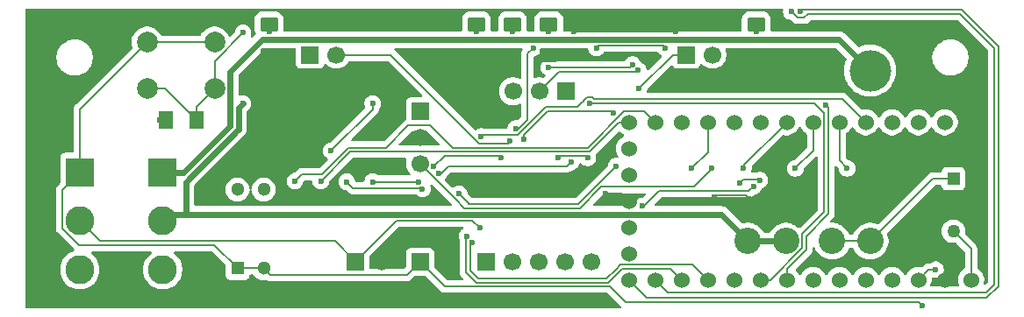
<source format=gbr>
%TF.GenerationSoftware,KiCad,Pcbnew,9.0.3*%
%TF.CreationDate,2025-10-02T05:42:33-04:00*%
%TF.ProjectId,Spii_v3,53706969-5f76-4332-9e6b-696361645f70,rev?*%
%TF.SameCoordinates,Original*%
%TF.FileFunction,Copper,L1,Top*%
%TF.FilePolarity,Positive*%
%FSLAX46Y46*%
G04 Gerber Fmt 4.6, Leading zero omitted, Abs format (unit mm)*
G04 Created by KiCad (PCBNEW 9.0.3) date 2025-10-02 05:42:33*
%MOMM*%
%LPD*%
G01*
G04 APERTURE LIST*
G04 Aperture macros list*
%AMRoundRect*
0 Rectangle with rounded corners*
0 $1 Rounding radius*
0 $2 $3 $4 $5 $6 $7 $8 $9 X,Y pos of 4 corners*
0 Add a 4 corners polygon primitive as box body*
4,1,4,$2,$3,$4,$5,$6,$7,$8,$9,$2,$3,0*
0 Add four circle primitives for the rounded corners*
1,1,$1+$1,$2,$3*
1,1,$1+$1,$4,$5*
1,1,$1+$1,$6,$7*
1,1,$1+$1,$8,$9*
0 Add four rect primitives between the rounded corners*
20,1,$1+$1,$2,$3,$4,$5,0*
20,1,$1+$1,$4,$5,$6,$7,0*
20,1,$1+$1,$6,$7,$8,$9,0*
20,1,$1+$1,$8,$9,$2,$3,0*%
G04 Aperture macros list end*
%TA.AperFunction,ComponentPad*%
%ADD10R,1.700000X1.700000*%
%TD*%
%TA.AperFunction,ComponentPad*%
%ADD11C,1.700000*%
%TD*%
%TA.AperFunction,ComponentPad*%
%ADD12C,2.550000*%
%TD*%
%TA.AperFunction,SMDPad,CuDef*%
%ADD13RoundRect,0.250001X-0.462499X-0.624999X0.462499X-0.624999X0.462499X0.624999X-0.462499X0.624999X0*%
%TD*%
%TA.AperFunction,SMDPad,CuDef*%
%ADD14RoundRect,0.250001X0.624999X-0.462499X0.624999X0.462499X-0.624999X0.462499X-0.624999X-0.462499X0*%
%TD*%
%TA.AperFunction,ComponentPad*%
%ADD15R,1.300000X1.300000*%
%TD*%
%TA.AperFunction,ComponentPad*%
%ADD16C,1.300000*%
%TD*%
%TA.AperFunction,ComponentPad*%
%ADD17R,1.270000X1.270000*%
%TD*%
%TA.AperFunction,ComponentPad*%
%ADD18C,1.270000*%
%TD*%
%TA.AperFunction,ComponentPad*%
%ADD19R,2.794000X2.794000*%
%TD*%
%TA.AperFunction,ComponentPad*%
%ADD20C,2.794000*%
%TD*%
%TA.AperFunction,ComponentPad*%
%ADD21RoundRect,0.760000X-1.140000X-1.140000X1.140000X-1.140000X1.140000X1.140000X-1.140000X1.140000X0*%
%TD*%
%TA.AperFunction,ComponentPad*%
%ADD22C,4.000000*%
%TD*%
%TA.AperFunction,ComponentPad*%
%ADD23C,2.000000*%
%TD*%
%TA.AperFunction,ComponentPad*%
%ADD24C,1.530000*%
%TD*%
%TA.AperFunction,ViaPad*%
%ADD25C,0.600000*%
%TD*%
%TA.AperFunction,Conductor*%
%ADD26C,0.200000*%
%TD*%
%TA.AperFunction,Conductor*%
%ADD27C,0.600000*%
%TD*%
G04 APERTURE END LIST*
D10*
%TO.P,TV1,1,Pin_1*%
%TO.N,LCD_SDA*%
X185120000Y-127000000D03*
D11*
%TO.P,TV1,2,Pin_2*%
%TO.N,LCD_SCL*%
X182580000Y-127000000D03*
%TO.P,TV1,3,Pin_3*%
%TO.N,+3.3V*%
X180040000Y-127000000D03*
%TO.P,TV1,4,Pin_4*%
%TO.N,GND*%
X177500000Y-127000000D03*
%TD*%
D10*
%TO.P,J9,1,Pin_1*%
%TO.N,Net-(J9-Pin_1)*%
X196750000Y-123475000D03*
D11*
%TO.P,J9,2,Pin_2*%
%TO.N,Net-(J9-Pin_2)*%
X199290000Y-123475000D03*
%TD*%
D10*
%TO.P,-       +,1,Pin_1*%
%TO.N,Net-(J10-Pin_1)*%
X160460000Y-123475000D03*
D11*
%TO.P,-       +,2,Pin_2*%
%TO.N,Net-(J10-Pin_2)*%
X163000000Y-123475000D03*
%TD*%
D12*
%TO.P,F1,2_2*%
%TO.N,Net-(U2-+VIN)*%
X214500000Y-141500000D03*
%TO.P,F1,2_1*%
X210840000Y-141500000D03*
%TO.P,F1,1_2*%
%TO.N,+12V*%
X206370000Y-141500000D03*
%TO.P,F1,1_1*%
X202710000Y-141500000D03*
%TD*%
D13*
%TO.P,-       +,2,A*%
%TO.N,Button*%
X149500000Y-129750000D03*
%TO.P,-       +,1,K*%
%TO.N,Net-(D6-K)*%
X146525000Y-129750000D03*
%TD*%
D14*
%TO.P,-       +,1,K*%
%TO.N,GND*%
X203500000Y-123487500D03*
%TO.P,-       +,2,A*%
%TO.N,Net-(D5-A)*%
X203500000Y-120512500D03*
%TD*%
%TO.P,-       +,1,K*%
%TO.N,GND*%
X176500000Y-123487500D03*
%TO.P,-       +,2,A*%
%TO.N,Net-(D2-A)*%
X176500000Y-120512500D03*
%TD*%
%TO.P,-+,1,K*%
%TO.N,GND*%
X156500000Y-123500000D03*
%TO.P,-+,2,A*%
%TO.N,Net-(D1-A)*%
X156500000Y-120525000D03*
%TD*%
%TO.P,-       +,1,K*%
%TO.N,GND*%
X183500000Y-123487500D03*
%TO.P,-       +,2,A*%
%TO.N,Net-(D4-A)*%
X183500000Y-120512500D03*
%TD*%
%TO.P,-       +,1,K*%
%TO.N,GND*%
X180000000Y-123487500D03*
%TO.P,-       +,2,A*%
%TO.N,Net-(D3-A)*%
X180000000Y-120512500D03*
%TD*%
D10*
%TO.P,IR_PWR,1,Pin_1*%
%TO.N,+3.3|5*%
X164830000Y-143475000D03*
D11*
%TO.P,IR_PWR,2,Pin_2*%
%TO.N,GND*%
X167370000Y-143475000D03*
%TD*%
D10*
%TO.P,SIGNAL1,1,Pin_1*%
%TO.N,L_IR_RAW*%
X177420000Y-143500000D03*
D11*
%TO.P,SIGNAL1,2,Pin_2*%
%TO.N,M_IR_RAW*%
X179960000Y-143500000D03*
%TO.P,SIGNAL1,3,Pin_3*%
%TO.N,R_IR_RAW*%
X182500000Y-143500000D03*
%TO.P,SIGNAL1,4,Pin_4*%
%TO.N,L_LN*%
X185040000Y-143500000D03*
%TO.P,SIGNAL1,5,Pin_5*%
%TO.N,R_LN*%
X187580000Y-143500000D03*
%TD*%
D10*
%TO.P,LN_PWR,1,Pin_1*%
%TO.N,+3.3V*%
X171080000Y-143500000D03*
D11*
%TO.P,LN_PWR,2,Pin_2*%
%TO.N,GND*%
X173620000Y-143500000D03*
%TD*%
D10*
%TO.P,START_MOD1,1,Pin_1*%
%TO.N,+5V*%
X171080000Y-128920000D03*
D11*
%TO.P,START_MOD1,2,Pin_2*%
%TO.N,GND*%
X171080000Y-131460000D03*
%TO.P,START_MOD1,3,Pin_3*%
%TO.N,START_MOD_RAW*%
X171080000Y-134000000D03*
%TD*%
D15*
%TO.P,SW_DIP1,1*%
%TO.N,+3.3V*%
X153460000Y-144120000D03*
D16*
%TO.P,SW_DIP1,2*%
X156000000Y-144120000D03*
%TO.P,SW_DIP1,3*%
%TO.N,DIP2*%
X156000000Y-136500000D03*
%TO.P,SW_DIP1,4*%
%TO.N,DIP1*%
X153460000Y-136500000D03*
%TD*%
D17*
%TO.P,U2,1,+VIN*%
%TO.N,Net-(U2-+VIN)*%
X222540000Y-135460000D03*
D18*
%TO.P,U2,2,GND*%
%TO.N,GND*%
X222540000Y-138000000D03*
%TO.P,U2,3,+VOUT*%
%TO.N,+5V*%
X222540000Y-140540000D03*
%TD*%
D19*
%TO.P,SW3,1,1*%
%TO.N,Net-(J7-Pin_2)*%
X146250000Y-134852000D03*
D20*
%TO.P,SW3,2,2*%
%TO.N,+12V*%
X146250000Y-139551000D03*
%TO.P,SW3,3,3*%
%TO.N,unconnected-(SW3-Pad3)*%
X146250000Y-144250000D03*
%TD*%
D21*
%TO.P,J7,1,Pin_1*%
%TO.N,GND*%
X209500000Y-125000000D03*
D22*
%TO.P,J7,2,Pin_2*%
%TO.N,Net-(J7-Pin_2)*%
X214500000Y-125000000D03*
%TD*%
D23*
%TO.P,SW1,1,1*%
%TO.N,+3.3V*%
X144750000Y-122250000D03*
X151250000Y-122250000D03*
%TO.P,SW1,2,2*%
%TO.N,Button*%
X144750000Y-126750000D03*
X151250000Y-126750000D03*
%TD*%
D19*
%TO.P,SW2,1,1*%
%TO.N,+3.3V*%
X138250000Y-134852000D03*
D20*
%TO.P,SW2,2,2*%
%TO.N,+3.3|5*%
X138250000Y-139551000D03*
%TO.P,SW2,3,3*%
%TO.N,+5V*%
X138250000Y-144250000D03*
%TD*%
D24*
%TO.P,Teensy 4.0,0,0*%
%TO.N,L_IN1*%
X221700000Y-130000000D03*
%TO.P,Teensy 4.0,1,1*%
%TO.N,L_IN2*%
X219160000Y-130000000D03*
%TO.P,Teensy 4.0,2,2*%
%TO.N,R_IN1*%
X216620000Y-130000000D03*
%TO.P,Teensy 4.0,3,3*%
%TO.N,R_IN2*%
X214080000Y-130000000D03*
%TO.P,Teensy 4.0,3.3V_1,3.3V_1*%
%TO.N,unconnected-(Teensy 4.0-Pad3.3V_1)*%
X191220000Y-135080000D03*
%TO.P,Teensy 4.0,3.3V_2,3.3V_2*%
%TO.N,+3.3V*%
X219160000Y-145240000D03*
%TO.P,Teensy 4.0,4,4*%
%TO.N,L_IR*%
X211540000Y-130000000D03*
%TO.P,Teensy 4.0,5,5*%
%TO.N,M_IR*%
X209000000Y-130000000D03*
%TO.P,Teensy 4.0,6,6*%
%TO.N,R_IR*%
X206460000Y-130000000D03*
%TO.P,Teensy 4.0,7,7*%
%TO.N,unconnected-(Teensy 4.0-Pad7)*%
X203920000Y-130000000D03*
%TO.P,Teensy 4.0,8,8*%
%TO.N,unconnected-(Teensy 4.0-Pad8)*%
X201380000Y-130000000D03*
%TO.P,Teensy 4.0,9,9*%
%TO.N,START_MOD*%
X198840000Y-130000000D03*
%TO.P,Teensy 4.0,10,10*%
%TO.N,Button*%
X196300000Y-130000000D03*
%TO.P,Teensy 4.0,11,11*%
%TO.N,DIP1*%
X193760000Y-130000000D03*
%TO.P,Teensy 4.0,12,12*%
%TO.N,DIP2*%
X191220000Y-130000000D03*
%TO.P,Teensy 4.0,13,13*%
%TO.N,LED5*%
X191220000Y-145240000D03*
%TO.P,Teensy 4.0,14,14*%
%TO.N,LED4*%
X193760000Y-145240000D03*
%TO.P,Teensy 4.0,15,15*%
%TO.N,LED3*%
X196300000Y-145240000D03*
%TO.P,Teensy 4.0,16,16*%
%TO.N,LED2*%
X198840000Y-145240000D03*
%TO.P,Teensy 4.0,17,17*%
%TO.N,LED1*%
X201380000Y-145240000D03*
%TO.P,Teensy 4.0,18,18*%
%TO.N,LCD_SDA*%
X203920000Y-145240000D03*
%TO.P,Teensy 4.0,19,19*%
%TO.N,LCD_SCL*%
X206460000Y-145240000D03*
%TO.P,Teensy 4.0,20,20*%
%TO.N,unconnected-(Teensy 4.0-Pad20)*%
X209000000Y-145240000D03*
%TO.P,Teensy 4.0,21,21*%
%TO.N,unconnected-(Teensy 4.0-Pad21)*%
X211540000Y-145240000D03*
%TO.P,Teensy 4.0,22,22*%
%TO.N,R_LN*%
X214080000Y-145240000D03*
%TO.P,Teensy 4.0,23,23*%
%TO.N,L_LN*%
X216620000Y-145240000D03*
%TO.P,Teensy 4.0,G1,G1*%
%TO.N,GND*%
X224240000Y-130000000D03*
%TO.P,Teensy 4.0,G2,G2*%
X191220000Y-137620000D03*
%TO.P,Teensy 4.0,G3,G3*%
X221700000Y-145240000D03*
%TO.P,Teensy 4.0,ON-OFF,ON/OFF*%
%TO.N,unconnected-(Teensy 4.0-ON{slash}OFF-PadON-OFF)*%
X191220000Y-142700000D03*
%TO.P,Teensy 4.0,PGM,PROGRAM*%
%TO.N,unconnected-(Teensy 4.0-PROGRAM-PadPGM)*%
X191220000Y-140160000D03*
%TO.P,Teensy 4.0,VBAT,VBAT*%
%TO.N,unconnected-(Teensy 4.0-PadVBAT)*%
X191220000Y-132540000D03*
%TO.P,Teensy 4.0,VIN,VIN*%
%TO.N,+5V*%
X224240000Y-145240000D03*
%TD*%
D25*
%TO.N,GND*%
X183500000Y-123312500D03*
X180000000Y-123400000D03*
X180000000Y-123400000D03*
X160750000Y-120750000D03*
X158250000Y-123250000D03*
X164750000Y-146000000D03*
X195750000Y-121200000D03*
X185900000Y-121200000D03*
X177000000Y-135770000D03*
X181600000Y-135750000D03*
X189000000Y-136850000D03*
X215602122Y-134147878D03*
%TO.N,Net-(J9-Pin_2)*%
X194750000Y-122800000D03*
X180301473Y-130600000D03*
X182000000Y-122800000D03*
X188100735Y-122800000D03*
%TO.N,Net-(D5-A)*%
X203500000Y-121200000D03*
%TO.N,Net-(D4-A)*%
X183500000Y-121200000D03*
%TO.N,Net-(D3-A)*%
X180000000Y-121200000D03*
%TO.N,Net-(D2-A)*%
X176500000Y-121200000D03*
%TO.N,Net-(D1-A)*%
X156500000Y-121200000D03*
%TO.N,Net-(D6-K)*%
X145962500Y-129750000D03*
%TO.N,Button*%
X154000000Y-121350000D03*
%TO.N,+3.3|5*%
X176824774Y-140205596D03*
%TO.N,+3.3V*%
X174839265Y-136910735D03*
X190000000Y-134250000D03*
%TO.N,LCD_SCL*%
X192139952Y-124991422D03*
X210198528Y-128350000D03*
%TO.N,LCD_SDA*%
X187424265Y-128174265D03*
%TO.N,+3.3V*%
X219500000Y-147700000D03*
X220826000Y-144250000D03*
%TO.N,+5V*%
X166500000Y-128187500D03*
X162500000Y-132750000D03*
%TO.N,Net-(L_MOTOR_DRIVER1-ILIM)*%
X185655000Y-133850000D03*
X172863101Y-134934571D03*
X171312681Y-136437834D03*
X164000000Y-135750000D03*
%TO.N,Net-(R_MOTOR_DRIVER1-ILIM)*%
X178905000Y-133449000D03*
X166500000Y-135750000D03*
X170902818Y-135750800D03*
X172400200Y-134282094D03*
%TO.N,Net-(J9-Pin_1)*%
X192192235Y-126740765D03*
X181101955Y-131666000D03*
X189730920Y-129133000D03*
%TO.N,Net-(J10-Pin_2)*%
X179750000Y-131848000D03*
%TO.N,LED2*%
X176100000Y-141658645D03*
%TO.N,LED3*%
X175617417Y-141018888D03*
%TO.N,LED4*%
X183500000Y-124700000D03*
X191574265Y-124425735D03*
X206901473Y-119300000D03*
%TO.N,LED5*%
X207750000Y-119300000D03*
%TO.N,L_IN1*%
X184385000Y-133449000D03*
X187250000Y-133449000D03*
%TO.N,R_IN2*%
X176974212Y-131375683D03*
%TO.N,DIP1*%
X159000000Y-135700000D03*
%TO.N,DIP2*%
X161500000Y-135700000D03*
%TO.N,L_IR_RAW*%
X192500000Y-138094000D03*
%TO.N,START_MOD_RAW*%
X199210000Y-134450000D03*
%TO.N,START_MOD*%
X197290000Y-134450000D03*
%TO.N,L_IR_RAW*%
X203266152Y-136192378D03*
%TO.N,M_IR_RAW*%
X201880735Y-135880735D03*
X203854265Y-135604265D03*
%TO.N,L_IR*%
X212290000Y-134450000D03*
%TO.N,M_IR*%
X207290000Y-134450000D03*
%TO.N,R_IR*%
X202290000Y-134450000D03*
%TO.N,+12V*%
X154000000Y-128187500D03*
X185750000Y-138894000D03*
X179000000Y-138894000D03*
%TO.N,GND*%
X199500000Y-137251000D03*
X202875000Y-137375000D03*
%TD*%
D26*
%TO.N,GND*%
X180000000Y-123487500D02*
X180000000Y-123400000D01*
X176500000Y-123487500D02*
X180000000Y-123487500D01*
X176500000Y-126000000D02*
X176500000Y-123487500D01*
X177500000Y-127000000D02*
X176500000Y-126000000D01*
X158000000Y-123500000D02*
X158250000Y-123250000D01*
X156500000Y-123500000D02*
X158000000Y-123500000D01*
X185900000Y-121200000D02*
X195750000Y-121200000D01*
X177020000Y-135750000D02*
X177000000Y-135770000D01*
X181600000Y-135750000D02*
X177020000Y-135750000D01*
X190450000Y-136850000D02*
X189000000Y-136850000D01*
X191220000Y-137620000D02*
X190450000Y-136850000D01*
%TO.N,START_MOD_RAW*%
X174238265Y-137158265D02*
X171080000Y-134000000D01*
X174238265Y-137159678D02*
X174238265Y-137158265D01*
X175373000Y-138293000D02*
X174591735Y-137511735D01*
X186524100Y-138293000D02*
X175373000Y-138293000D01*
X174590322Y-137511735D02*
X174238265Y-137159678D01*
X197500000Y-136250000D02*
X188567100Y-136250000D01*
X199210000Y-134540000D02*
X197500000Y-136250000D01*
X188567100Y-136250000D02*
X186524100Y-138293000D01*
X174591735Y-137511735D02*
X174590322Y-137511735D01*
X199210000Y-134450000D02*
X199210000Y-134540000D01*
%TO.N,M_IR_RAW*%
X203750000Y-135500000D02*
X203854265Y-135604265D01*
X202261470Y-135500000D02*
X203750000Y-135500000D01*
X201880735Y-135880735D02*
X202261470Y-135500000D01*
%TO.N,Net-(J9-Pin_1)*%
X189531920Y-128934000D02*
X189730920Y-129133000D01*
X183383100Y-128934000D02*
X189531920Y-128934000D01*
X181101955Y-131215145D02*
X183383100Y-128934000D01*
X181101955Y-131666000D02*
X181101955Y-131215145D01*
%TO.N,Net-(J9-Pin_2)*%
X181429000Y-123371000D02*
X182000000Y-122800000D01*
X181429000Y-129753900D02*
X181429000Y-123371000D01*
X180582900Y-130600000D02*
X181429000Y-129753900D01*
X180301473Y-130600000D02*
X180582900Y-130600000D01*
X194551000Y-122601000D02*
X194750000Y-122800000D01*
X188299735Y-122601000D02*
X194551000Y-122601000D01*
X188100735Y-122800000D02*
X188299735Y-122601000D01*
%TO.N,Net-(D5-A)*%
X203500000Y-120512500D02*
X203500000Y-121200000D01*
%TO.N,Net-(D4-A)*%
X183500000Y-120512500D02*
X183500000Y-121200000D01*
%TO.N,Net-(D3-A)*%
X180000000Y-120512500D02*
X180000000Y-121200000D01*
%TO.N,Net-(D2-A)*%
X176500000Y-120512500D02*
X176500000Y-121200000D01*
%TO.N,Net-(D1-A)*%
X156500000Y-120525000D02*
X156500000Y-121200000D01*
%TO.N,Net-(D6-K)*%
X146525000Y-129750000D02*
X145962500Y-129750000D01*
%TO.N,Button*%
X151250000Y-124100000D02*
X154000000Y-121350000D01*
X151250000Y-126750000D02*
X151250000Y-124100000D01*
X149500000Y-128500000D02*
X151250000Y-126750000D01*
X149500000Y-129750000D02*
X149500000Y-128500000D01*
X146500000Y-126750000D02*
X149500000Y-129750000D01*
X144750000Y-126750000D02*
X146500000Y-126750000D01*
%TO.N,+3.3V*%
X144750000Y-122250000D02*
X151250000Y-122250000D01*
X138250000Y-128750000D02*
X144750000Y-122250000D01*
X138250000Y-134852000D02*
X138250000Y-128750000D01*
%TO.N,+3.3|5*%
X168810000Y-139495000D02*
X164830000Y-143475000D01*
X176114178Y-139495000D02*
X168810000Y-139495000D01*
X176824774Y-140205596D02*
X176114178Y-139495000D01*
%TO.N,LED3*%
X195234000Y-144174000D02*
X196300000Y-145240000D01*
X190576000Y-144174000D02*
X195234000Y-144174000D01*
X189250000Y-145500000D02*
X190576000Y-144174000D01*
X175500000Y-144500000D02*
X176500000Y-145500000D01*
X175617417Y-141076583D02*
X175500000Y-141194000D01*
X175617417Y-141018888D02*
X175617417Y-141076583D01*
X175500000Y-141194000D02*
X175500000Y-144500000D01*
X176500000Y-145500000D02*
X189250000Y-145500000D01*
%TO.N,+3.3V*%
X175750000Y-137821470D02*
X174839265Y-136910735D01*
X175750000Y-137892000D02*
X175750000Y-137821470D01*
X186358000Y-137892000D02*
X175750000Y-137892000D01*
X190000000Y-134250000D02*
X186358000Y-137892000D01*
%TO.N,LCD_SCL*%
X210467000Y-128618472D02*
X210198528Y-128350000D01*
X210467000Y-138880000D02*
X210467000Y-128618472D01*
X208347000Y-141000000D02*
X210467000Y-138880000D01*
X208347000Y-142318901D02*
X208347000Y-141000000D01*
X206460000Y-144205901D02*
X208347000Y-142318901D01*
X206460000Y-145240000D02*
X206460000Y-144205901D01*
X184479000Y-125101000D02*
X182580000Y-127000000D01*
X192139952Y-124991422D02*
X192030374Y-125101000D01*
X192030374Y-125101000D02*
X184479000Y-125101000D01*
%TO.N,LCD_SDA*%
X209151000Y-128151000D02*
X187447530Y-128151000D01*
X207924401Y-140825599D02*
X210066000Y-138684000D01*
X210066000Y-129066000D02*
X209151000Y-128151000D01*
X207946000Y-140847199D02*
X207924401Y-140825599D01*
X204858801Y-145240000D02*
X207946000Y-142152801D01*
X210066000Y-138684000D02*
X210066000Y-129066000D01*
X203920000Y-145240000D02*
X204858801Y-145240000D01*
X207946000Y-142152801D02*
X207946000Y-140847199D01*
X187447530Y-128151000D02*
X187424265Y-128174265D01*
%TO.N,R_IN2*%
X177099895Y-131250000D02*
X176974212Y-131375683D01*
X179498057Y-131250000D02*
X177099895Y-131250000D01*
X180503000Y-131247000D02*
X179501057Y-131247000D01*
X179501057Y-131247000D02*
X179498057Y-131250000D01*
X186217000Y-128533000D02*
X183217000Y-128533000D01*
X186783500Y-127966500D02*
X186217000Y-128533000D01*
X186823265Y-127925322D02*
X186823265Y-127966500D01*
X187175322Y-127573265D02*
X186823265Y-127925322D01*
X187849943Y-127750000D02*
X187673208Y-127573265D01*
X187673208Y-127573265D02*
X187175322Y-127573265D01*
X211830000Y-127750000D02*
X187849943Y-127750000D01*
X214080000Y-130000000D02*
X211830000Y-127750000D01*
X183217000Y-128533000D02*
X180503000Y-131247000D01*
X186823265Y-127966500D02*
X186783500Y-127966500D01*
%TO.N,Net-(J9-Pin_1)*%
X195458000Y-123475000D02*
X196750000Y-123475000D01*
X192192235Y-126740765D02*
X195458000Y-123475000D01*
%TO.N,+3.3V*%
X220826000Y-144250000D02*
X220150000Y-144250000D01*
X220150000Y-144250000D02*
X219160000Y-145240000D01*
X190916100Y-147401000D02*
X219201000Y-147401000D01*
X219201000Y-147401000D02*
X219500000Y-147700000D01*
X189416100Y-145901000D02*
X190916100Y-147401000D01*
X173481000Y-145901000D02*
X189416100Y-145901000D01*
X171080000Y-143500000D02*
X173481000Y-145901000D01*
%TO.N,LED5*%
X225750000Y-147000000D02*
X192980000Y-147000000D01*
X226899000Y-122649000D02*
X226899000Y-145851000D01*
X192980000Y-147000000D02*
X191220000Y-145240000D01*
X223351000Y-119101000D02*
X226899000Y-122649000D01*
X226899000Y-145851000D02*
X225750000Y-147000000D01*
X208750000Y-119101000D02*
X223351000Y-119101000D01*
%TO.N,LED4*%
X207502473Y-119901000D02*
X206901473Y-119300000D01*
X208532900Y-119502000D02*
X208133900Y-119901000D01*
X226498000Y-122815100D02*
X223184900Y-119502000D01*
X223184900Y-119502000D02*
X208532900Y-119502000D01*
X225682900Y-146500000D02*
X226498000Y-145684900D01*
X195020000Y-146500000D02*
X225682900Y-146500000D01*
X226498000Y-145684900D02*
X226498000Y-122815100D01*
X208133900Y-119901000D02*
X207502473Y-119901000D01*
X193760000Y-145240000D02*
X195020000Y-146500000D01*
%TO.N,+3.3V*%
X151241000Y-141901000D02*
X153460000Y-144120000D01*
X138198665Y-141901000D02*
X151241000Y-141901000D01*
X136552000Y-140254335D02*
X138198665Y-141901000D01*
X136552000Y-136550000D02*
X136552000Y-140254335D01*
X138250000Y-134852000D02*
X136552000Y-136550000D01*
%TO.N,+3.3|5*%
X140199000Y-141500000D02*
X162855000Y-141500000D01*
X162855000Y-141500000D02*
X164830000Y-143475000D01*
X138250000Y-139551000D02*
X140199000Y-141500000D01*
%TO.N,+3.3V*%
X169810001Y-144769999D02*
X171080000Y-143500000D01*
X156649999Y-144769999D02*
X169810001Y-144769999D01*
X156000000Y-144120000D02*
X156649999Y-144769999D01*
X153460000Y-144120000D02*
X156000000Y-144120000D01*
%TO.N,+5V*%
X162500000Y-132750000D02*
X166500000Y-128750000D01*
X166500000Y-128750000D02*
X166500000Y-128187500D01*
%TO.N,Net-(L_MOTOR_DRIVER1-ILIM)*%
X185255000Y-134250000D02*
X185655000Y-133850000D01*
X173805541Y-134250000D02*
X185255000Y-134250000D01*
X172863101Y-134934571D02*
X173120970Y-134934571D01*
X173120970Y-134934571D02*
X173805541Y-134250000D01*
%TO.N,Net-(R_MOTOR_DRIVER1-ILIM)*%
X178706000Y-133250000D02*
X178905000Y-133449000D01*
X173432294Y-133250000D02*
X178706000Y-133250000D01*
X172400200Y-134282094D02*
X173432294Y-133250000D01*
%TO.N,Net-(L_MOTOR_DRIVER1-ILIM)*%
X164600800Y-136350800D02*
X164000000Y-135750000D01*
X171260759Y-136350800D02*
X164600800Y-136350800D01*
X171312681Y-136402722D02*
X171260759Y-136350800D01*
X171312681Y-136437834D02*
X171312681Y-136402722D01*
%TO.N,Net-(R_MOTOR_DRIVER1-ILIM)*%
X170782431Y-135750000D02*
X166500000Y-135750000D01*
X170902818Y-135750800D02*
X170783231Y-135750800D01*
X170783231Y-135750800D02*
X170782431Y-135750000D01*
%TO.N,R_IN2*%
X176875683Y-131375683D02*
X176974212Y-131375683D01*
%TO.N,Net-(J10-Pin_2)*%
X176797000Y-132047000D02*
X168225000Y-123475000D01*
X179551000Y-132047000D02*
X176797000Y-132047000D01*
X168225000Y-123475000D02*
X163000000Y-123475000D01*
X179750000Y-131848000D02*
X179551000Y-132047000D01*
%TO.N,LED2*%
X175901000Y-141857645D02*
X176100000Y-141658645D01*
X175901000Y-142500000D02*
X175901000Y-141857645D01*
X189083900Y-145099000D02*
X182000000Y-145099000D01*
X176158550Y-144591450D02*
X175901000Y-144333900D01*
X189966450Y-144216450D02*
X189083900Y-145099000D01*
X182000000Y-145099000D02*
X176666100Y-145099000D01*
X176666100Y-145099000D02*
X176158550Y-144591450D01*
X175901000Y-144333900D02*
X175901000Y-142500000D01*
X190409900Y-143773000D02*
X189966450Y-144216450D01*
X197373000Y-143773000D02*
X190409900Y-143773000D01*
X198840000Y-145240000D02*
X197373000Y-143773000D01*
%TO.N,LED4*%
X191300000Y-124700000D02*
X183500000Y-124700000D01*
X191574265Y-124425735D02*
X191300000Y-124700000D01*
%TO.N,LED5*%
X207949000Y-119101000D02*
X208750000Y-119101000D01*
X207750000Y-119300000D02*
X207949000Y-119101000D01*
X208699000Y-119101000D02*
X208750000Y-119101000D01*
%TO.N,L_IN1*%
X184584000Y-133250000D02*
X184385000Y-133449000D01*
X187051000Y-133250000D02*
X184584000Y-133250000D01*
X187250000Y-133449000D02*
X187051000Y-133250000D01*
%TO.N,DIP1*%
X159700000Y-135000000D02*
X159000000Y-135700000D01*
X161632900Y-135000000D02*
X159700000Y-135000000D01*
X164184900Y-132448000D02*
X161632900Y-135000000D01*
X172059000Y-130309000D02*
X169941000Y-130309000D01*
X169941000Y-130309000D02*
X167802000Y-132448000D01*
X174198000Y-132448000D02*
X172059000Y-130309000D01*
X187264448Y-132448000D02*
X174198000Y-132448000D01*
X190778448Y-128934000D02*
X187264448Y-132448000D01*
X167802000Y-132448000D02*
X164184900Y-132448000D01*
X192694000Y-128934000D02*
X190778448Y-128934000D01*
X193760000Y-130000000D02*
X192694000Y-128934000D01*
%TO.N,Net-(U2-+VIN)*%
X210840000Y-141500000D02*
X214500000Y-141500000D01*
X220540000Y-135460000D02*
X214500000Y-141500000D01*
X222540000Y-135460000D02*
X220540000Y-135460000D01*
%TO.N,+5V*%
X224240000Y-142240000D02*
X222540000Y-140540000D01*
X224240000Y-145240000D02*
X224240000Y-142240000D01*
%TO.N,L_IR_RAW*%
X202807530Y-136651000D02*
X203266152Y-136192378D01*
X194099000Y-136651000D02*
X202807530Y-136651000D01*
X192656000Y-138094000D02*
X194099000Y-136651000D01*
X192500000Y-138094000D02*
X192656000Y-138094000D01*
%TO.N,START_MOD*%
X198840000Y-132900000D02*
X197290000Y-134450000D01*
X198840000Y-130000000D02*
X198840000Y-132900000D01*
%TO.N,L_IR*%
X211540000Y-133700000D02*
X212290000Y-134450000D01*
X211540000Y-130000000D02*
X211540000Y-133700000D01*
%TO.N,M_IR*%
X209000000Y-132740000D02*
X207290000Y-134450000D01*
X209000000Y-130000000D02*
X209000000Y-132740000D01*
%TO.N,R_IR*%
X202290000Y-134170000D02*
X202290000Y-134450000D01*
X206460000Y-130000000D02*
X202290000Y-134170000D01*
D27*
%TO.N,+12V*%
X148500000Y-138894000D02*
X179000000Y-138894000D01*
X185750000Y-138894000D02*
X200104000Y-138894000D01*
X179000000Y-138894000D02*
X185750000Y-138894000D01*
X202710000Y-141500000D02*
X206370000Y-141500000D01*
X200104000Y-138894000D02*
X202710000Y-141500000D01*
X146907000Y-138894000D02*
X148500000Y-138894000D01*
X146250000Y-139551000D02*
X146907000Y-138894000D01*
%TO.N,Net-(J7-Pin_2)*%
X148247000Y-134852000D02*
X146250000Y-134852000D01*
X152751000Y-130348000D02*
X148247000Y-134852000D01*
X155843498Y-122000000D02*
X152751000Y-125092498D01*
X211500000Y-122000000D02*
X155843498Y-122000000D01*
X152751000Y-125092498D02*
X152751000Y-130348000D01*
X214500000Y-125000000D02*
X211500000Y-122000000D01*
%TO.N,+12V*%
X153552000Y-130679785D02*
X153552000Y-128635500D01*
X153500000Y-130731786D02*
X153552000Y-130679785D01*
X153500000Y-130750000D02*
X153500000Y-130731786D01*
X148500000Y-135750000D02*
X153500000Y-130750000D01*
X153552000Y-128635500D02*
X154000000Y-128187500D01*
X148500000Y-138894000D02*
X148500000Y-135750000D01*
D26*
%TO.N,DIP2*%
X164351000Y-132849000D02*
X161500000Y-135700000D01*
X187430548Y-132849000D02*
X164351000Y-132849000D01*
X190279548Y-130000000D02*
X187430548Y-132849000D01*
X191220000Y-130000000D02*
X190279548Y-130000000D01*
%TO.N,GND*%
X199699000Y-137052000D02*
X199500000Y-137251000D01*
X202875000Y-137375000D02*
X202552000Y-137052000D01*
X202552000Y-137052000D02*
X199699000Y-137052000D01*
%TD*%
%TA.AperFunction,Conductor*%
%TO.N,GND*%
G36*
X206060809Y-119020185D02*
G01*
X206106564Y-119072989D01*
X206116508Y-119142147D01*
X206115387Y-119148691D01*
X206100973Y-119221153D01*
X206100973Y-119378846D01*
X206131734Y-119533489D01*
X206131737Y-119533501D01*
X206192075Y-119679172D01*
X206192082Y-119679185D01*
X206279683Y-119810288D01*
X206279686Y-119810292D01*
X206391180Y-119921786D01*
X206391184Y-119921789D01*
X206522287Y-120009390D01*
X206522300Y-120009397D01*
X206667971Y-120069735D01*
X206667976Y-120069737D01*
X206732620Y-120082595D01*
X206823322Y-120100638D01*
X206840078Y-120109402D01*
X206858558Y-120113423D01*
X206883596Y-120132167D01*
X206885233Y-120133023D01*
X206886812Y-120134574D01*
X207017612Y-120265374D01*
X207017622Y-120265385D01*
X207021952Y-120269715D01*
X207021953Y-120269716D01*
X207133757Y-120381520D01*
X207133759Y-120381521D01*
X207133763Y-120381524D01*
X207270682Y-120460573D01*
X207270689Y-120460577D01*
X207382492Y-120490534D01*
X207423415Y-120501500D01*
X207423416Y-120501500D01*
X208047231Y-120501500D01*
X208047247Y-120501501D01*
X208054843Y-120501501D01*
X208212954Y-120501501D01*
X208212957Y-120501501D01*
X208365685Y-120460577D01*
X208365687Y-120460575D01*
X208365689Y-120460575D01*
X208365690Y-120460574D01*
X208418189Y-120430264D01*
X208418190Y-120430263D01*
X208502616Y-120381520D01*
X208614420Y-120269716D01*
X208614420Y-120269714D01*
X208624621Y-120259514D01*
X208624625Y-120259508D01*
X208745317Y-120138818D01*
X208806641Y-120105334D01*
X208832998Y-120102500D01*
X222884803Y-120102500D01*
X222951842Y-120122185D01*
X222972484Y-120138819D01*
X225861181Y-123027516D01*
X225894666Y-123088839D01*
X225897500Y-123115197D01*
X225897500Y-145384803D01*
X225877815Y-145451842D01*
X225861181Y-145472484D01*
X225683192Y-145650472D01*
X225621869Y-145683957D01*
X225552177Y-145678973D01*
X225496244Y-145637101D01*
X225471827Y-145571637D01*
X225474330Y-145541270D01*
X225473577Y-145541151D01*
X225500605Y-145370500D01*
X225505500Y-145339597D01*
X225505500Y-145140403D01*
X225474339Y-144943661D01*
X225474338Y-144943657D01*
X225474338Y-144943656D01*
X225412786Y-144754219D01*
X225344895Y-144620976D01*
X225322353Y-144576734D01*
X225205269Y-144415582D01*
X225064418Y-144274731D01*
X224903266Y-144157647D01*
X224899707Y-144155466D01*
X224852833Y-144103652D01*
X224840500Y-144049740D01*
X224840500Y-142160945D01*
X224840500Y-142160943D01*
X224812339Y-142055844D01*
X224799577Y-142008215D01*
X224758289Y-141936702D01*
X224758289Y-141936701D01*
X224720524Y-141871290D01*
X224720521Y-141871286D01*
X224720520Y-141871284D01*
X224608716Y-141759480D01*
X224608715Y-141759479D01*
X224604385Y-141755149D01*
X224604374Y-141755139D01*
X223693253Y-140844018D01*
X223659768Y-140782695D01*
X223658461Y-140736943D01*
X223675500Y-140629366D01*
X223675500Y-140450634D01*
X223647540Y-140274103D01*
X223647539Y-140274099D01*
X223647539Y-140274098D01*
X223592310Y-140104121D01*
X223592308Y-140104118D01*
X223570035Y-140060403D01*
X223511167Y-139944868D01*
X223406111Y-139800272D01*
X223279728Y-139673889D01*
X223135132Y-139568833D01*
X222975881Y-139487691D01*
X222975878Y-139487689D01*
X222805899Y-139432460D01*
X222688209Y-139413820D01*
X222629366Y-139404500D01*
X222450634Y-139404500D01*
X222391790Y-139413820D01*
X222274101Y-139432460D01*
X222274098Y-139432460D01*
X222104121Y-139487689D01*
X222104118Y-139487691D01*
X221944867Y-139568833D01*
X221800270Y-139673890D01*
X221673890Y-139800270D01*
X221568833Y-139944867D01*
X221487691Y-140104118D01*
X221487689Y-140104121D01*
X221432460Y-140274098D01*
X221432460Y-140274101D01*
X221404500Y-140450634D01*
X221404500Y-140629365D01*
X221432460Y-140805898D01*
X221432460Y-140805901D01*
X221487689Y-140975878D01*
X221487691Y-140975881D01*
X221568833Y-141135132D01*
X221673889Y-141279728D01*
X221800272Y-141406111D01*
X221944868Y-141511167D01*
X222104119Y-141592309D01*
X222104121Y-141592310D01*
X222262670Y-141643825D01*
X222274103Y-141647540D01*
X222450634Y-141675500D01*
X222450635Y-141675500D01*
X222629364Y-141675500D01*
X222629366Y-141675500D01*
X222736941Y-141658461D01*
X222806232Y-141667415D01*
X222844018Y-141693253D01*
X223603181Y-142452416D01*
X223636666Y-142513739D01*
X223639500Y-142540097D01*
X223639500Y-144049740D01*
X223619815Y-144116779D01*
X223580293Y-144155466D01*
X223576733Y-144157647D01*
X223507682Y-144207816D01*
X223415582Y-144274731D01*
X223415580Y-144274733D01*
X223415579Y-144274733D01*
X223274733Y-144415579D01*
X223274733Y-144415580D01*
X223274731Y-144415582D01*
X223267154Y-144426011D01*
X223157647Y-144576733D01*
X223067213Y-144754219D01*
X223005661Y-144943656D01*
X223005661Y-144943659D01*
X222993040Y-145023347D01*
X222974500Y-145140403D01*
X222974500Y-145339597D01*
X222979395Y-145370500D01*
X223005661Y-145536340D01*
X223005661Y-145536343D01*
X223067213Y-145725781D01*
X223068153Y-145728049D01*
X223068253Y-145728979D01*
X223068720Y-145730417D01*
X223068418Y-145730515D01*
X223075620Y-145797519D01*
X223044344Y-145859998D01*
X222984255Y-145895649D01*
X222953591Y-145899500D01*
X220446409Y-145899500D01*
X220379370Y-145879815D01*
X220333615Y-145827011D01*
X220323671Y-145757853D01*
X220331847Y-145728049D01*
X220332786Y-145725781D01*
X220394338Y-145536343D01*
X220394338Y-145536342D01*
X220394339Y-145536339D01*
X220425500Y-145339597D01*
X220425500Y-145140403D01*
X220425500Y-145136141D01*
X220445185Y-145069102D01*
X220497989Y-145023347D01*
X220567147Y-145013403D01*
X220586454Y-145018700D01*
X220586676Y-145017969D01*
X220592492Y-145019732D01*
X220592503Y-145019737D01*
X220747153Y-145050499D01*
X220747156Y-145050500D01*
X220747158Y-145050500D01*
X220904844Y-145050500D01*
X220904845Y-145050499D01*
X221059497Y-145019737D01*
X221205179Y-144959394D01*
X221336289Y-144871789D01*
X221447789Y-144760289D01*
X221535394Y-144629179D01*
X221595737Y-144483497D01*
X221626500Y-144328842D01*
X221626500Y-144171158D01*
X221626500Y-144171155D01*
X221626499Y-144171153D01*
X221602348Y-144049740D01*
X221595737Y-144016503D01*
X221589425Y-144001264D01*
X221535397Y-143870827D01*
X221535390Y-143870814D01*
X221447789Y-143739711D01*
X221447786Y-143739707D01*
X221336292Y-143628213D01*
X221336288Y-143628210D01*
X221205185Y-143540609D01*
X221205172Y-143540602D01*
X221059501Y-143480264D01*
X221059489Y-143480261D01*
X220904845Y-143449500D01*
X220904842Y-143449500D01*
X220747158Y-143449500D01*
X220747155Y-143449500D01*
X220592510Y-143480261D01*
X220592498Y-143480264D01*
X220446827Y-143540602D01*
X220446814Y-143540609D01*
X220315125Y-143628602D01*
X220248447Y-143649480D01*
X220246234Y-143649500D01*
X220070940Y-143649500D01*
X220030019Y-143660464D01*
X220030019Y-143660465D01*
X219992751Y-143670451D01*
X219918214Y-143690423D01*
X219918209Y-143690426D01*
X219781290Y-143769475D01*
X219781282Y-143769481D01*
X219669480Y-143881283D01*
X219669480Y-143881284D01*
X219669478Y-143881286D01*
X219600863Y-143949901D01*
X219577022Y-143973742D01*
X219515698Y-144007226D01*
X219460404Y-144006636D01*
X219456344Y-144005661D01*
X219290136Y-143979337D01*
X219259597Y-143974500D01*
X219060403Y-143974500D01*
X219029864Y-143979337D01*
X218863659Y-144005661D01*
X218863656Y-144005661D01*
X218674219Y-144067213D01*
X218496733Y-144157647D01*
X218427682Y-144207816D01*
X218335582Y-144274731D01*
X218335580Y-144274733D01*
X218335579Y-144274733D01*
X218194733Y-144415579D01*
X218194733Y-144415580D01*
X218194731Y-144415582D01*
X218187154Y-144426011D01*
X218077647Y-144576733D01*
X218000485Y-144728172D01*
X217952510Y-144778968D01*
X217884689Y-144795763D01*
X217818554Y-144773225D01*
X217779515Y-144728172D01*
X217724895Y-144620976D01*
X217702353Y-144576734D01*
X217585269Y-144415582D01*
X217444418Y-144274731D01*
X217283266Y-144157647D01*
X217220431Y-144125631D01*
X217105780Y-144067213D01*
X216916342Y-144005661D01*
X216750136Y-143979337D01*
X216719597Y-143974500D01*
X216520403Y-143974500D01*
X216489864Y-143979337D01*
X216323659Y-144005661D01*
X216323656Y-144005661D01*
X216134219Y-144067213D01*
X215956733Y-144157647D01*
X215887682Y-144207816D01*
X215795582Y-144274731D01*
X215795580Y-144274733D01*
X215795579Y-144274733D01*
X215654733Y-144415579D01*
X215654733Y-144415580D01*
X215654731Y-144415582D01*
X215647154Y-144426011D01*
X215537647Y-144576733D01*
X215460485Y-144728172D01*
X215412510Y-144778968D01*
X215344689Y-144795763D01*
X215278554Y-144773225D01*
X215239515Y-144728172D01*
X215184895Y-144620976D01*
X215162353Y-144576734D01*
X215045269Y-144415582D01*
X214904418Y-144274731D01*
X214743266Y-144157647D01*
X214680431Y-144125631D01*
X214565780Y-144067213D01*
X214376342Y-144005661D01*
X214210136Y-143979337D01*
X214179597Y-143974500D01*
X213980403Y-143974500D01*
X213949864Y-143979337D01*
X213783659Y-144005661D01*
X213783656Y-144005661D01*
X213594219Y-144067213D01*
X213416733Y-144157647D01*
X213347682Y-144207816D01*
X213255582Y-144274731D01*
X213255580Y-144274733D01*
X213255579Y-144274733D01*
X213114733Y-144415579D01*
X213114733Y-144415580D01*
X213114731Y-144415582D01*
X213107154Y-144426011D01*
X212997647Y-144576733D01*
X212920485Y-144728172D01*
X212872510Y-144778968D01*
X212804689Y-144795763D01*
X212738554Y-144773225D01*
X212699515Y-144728172D01*
X212644895Y-144620976D01*
X212622353Y-144576734D01*
X212505269Y-144415582D01*
X212364418Y-144274731D01*
X212203266Y-144157647D01*
X212140431Y-144125631D01*
X212025780Y-144067213D01*
X211836342Y-144005661D01*
X211670136Y-143979337D01*
X211639597Y-143974500D01*
X211440403Y-143974500D01*
X211409864Y-143979337D01*
X211243659Y-144005661D01*
X211243656Y-144005661D01*
X211054219Y-144067213D01*
X210876733Y-144157647D01*
X210807682Y-144207816D01*
X210715582Y-144274731D01*
X210715580Y-144274733D01*
X210715579Y-144274733D01*
X210574733Y-144415579D01*
X210574733Y-144415580D01*
X210574731Y-144415582D01*
X210567154Y-144426011D01*
X210457647Y-144576733D01*
X210380485Y-144728172D01*
X210332510Y-144778968D01*
X210264689Y-144795763D01*
X210198554Y-144773225D01*
X210159515Y-144728172D01*
X210104895Y-144620976D01*
X210082353Y-144576734D01*
X209965269Y-144415582D01*
X209824418Y-144274731D01*
X209663266Y-144157647D01*
X209600431Y-144125631D01*
X209485780Y-144067213D01*
X209296342Y-144005661D01*
X209130136Y-143979337D01*
X209099597Y-143974500D01*
X208900403Y-143974500D01*
X208869864Y-143979337D01*
X208703659Y-144005661D01*
X208703656Y-144005661D01*
X208514219Y-144067213D01*
X208336733Y-144157647D01*
X208267682Y-144207816D01*
X208175582Y-144274731D01*
X208175580Y-144274733D01*
X208175579Y-144274733D01*
X208034733Y-144415579D01*
X208034733Y-144415580D01*
X208034731Y-144415582D01*
X208027154Y-144426011D01*
X207917647Y-144576733D01*
X207840485Y-144728172D01*
X207792510Y-144778968D01*
X207724689Y-144795763D01*
X207658554Y-144773225D01*
X207619515Y-144728172D01*
X207564895Y-144620976D01*
X207542353Y-144576734D01*
X207425269Y-144415582D01*
X207350091Y-144340404D01*
X207316607Y-144279080D01*
X207321592Y-144209389D01*
X207350090Y-144165044D01*
X208705506Y-142809629D01*
X208705511Y-142809625D01*
X208715714Y-142799421D01*
X208715716Y-142799421D01*
X208827520Y-142687617D01*
X208890197Y-142579057D01*
X208906577Y-142550686D01*
X208947501Y-142397958D01*
X208947501Y-142239844D01*
X208947501Y-142232249D01*
X208947500Y-142232231D01*
X208947500Y-142194097D01*
X208967185Y-142127058D01*
X209019989Y-142081303D01*
X209089147Y-142071359D01*
X209152703Y-142100384D01*
X209186061Y-142146645D01*
X209244180Y-142286960D01*
X209244188Y-142286976D01*
X209360553Y-142488524D01*
X209360564Y-142488540D01*
X209502242Y-142673179D01*
X209502248Y-142673186D01*
X209666813Y-142837751D01*
X209666819Y-142837756D01*
X209851468Y-142979442D01*
X209851475Y-142979446D01*
X210053023Y-143095811D01*
X210053039Y-143095819D01*
X210268052Y-143184879D01*
X210268054Y-143184879D01*
X210268060Y-143184882D01*
X210492874Y-143245121D01*
X210723628Y-143275500D01*
X210723635Y-143275500D01*
X210956365Y-143275500D01*
X210956372Y-143275500D01*
X211187126Y-143245121D01*
X211411940Y-143184882D01*
X211489357Y-143152815D01*
X211626960Y-143095819D01*
X211626963Y-143095817D01*
X211626969Y-143095815D01*
X211828532Y-142979442D01*
X212013181Y-142837756D01*
X212177756Y-142673181D01*
X212319442Y-142488532D01*
X212435815Y-142286969D01*
X212481345Y-142177047D01*
X212493887Y-142161482D01*
X212502193Y-142143297D01*
X212515363Y-142134832D01*
X212525185Y-142122645D01*
X212544151Y-142116331D01*
X212560971Y-142105523D01*
X212588530Y-142101560D01*
X212591479Y-142100579D01*
X212595906Y-142100500D01*
X212744094Y-142100500D01*
X212811133Y-142120185D01*
X212856888Y-142172989D01*
X212858640Y-142177012D01*
X212885865Y-142242740D01*
X212904184Y-142286967D01*
X212904188Y-142286976D01*
X213020553Y-142488524D01*
X213020564Y-142488540D01*
X213162242Y-142673179D01*
X213162248Y-142673186D01*
X213326813Y-142837751D01*
X213326819Y-142837756D01*
X213511468Y-142979442D01*
X213511475Y-142979446D01*
X213713023Y-143095811D01*
X213713039Y-143095819D01*
X213928052Y-143184879D01*
X213928054Y-143184879D01*
X213928060Y-143184882D01*
X214152874Y-143245121D01*
X214383628Y-143275500D01*
X214383635Y-143275500D01*
X214616365Y-143275500D01*
X214616372Y-143275500D01*
X214847126Y-143245121D01*
X215071940Y-143184882D01*
X215149357Y-143152815D01*
X215286960Y-143095819D01*
X215286963Y-143095817D01*
X215286969Y-143095815D01*
X215488532Y-142979442D01*
X215673181Y-142837756D01*
X215837756Y-142673181D01*
X215979442Y-142488532D01*
X216095815Y-142286969D01*
X216102962Y-142269716D01*
X216181004Y-142081303D01*
X216184882Y-142071940D01*
X216245121Y-141847126D01*
X216275500Y-141616372D01*
X216275500Y-141383628D01*
X216245121Y-141152874D01*
X216184882Y-140928060D01*
X216139349Y-140818134D01*
X216131881Y-140748668D01*
X216163156Y-140686189D01*
X216166202Y-140683031D01*
X220752416Y-136096819D01*
X220813739Y-136063334D01*
X220840097Y-136060500D01*
X221284261Y-136060500D01*
X221351300Y-136080185D01*
X221397055Y-136132989D01*
X221407551Y-136171246D01*
X221410909Y-136202483D01*
X221461202Y-136337328D01*
X221461206Y-136337335D01*
X221547452Y-136452544D01*
X221547455Y-136452547D01*
X221662664Y-136538793D01*
X221662671Y-136538797D01*
X221797517Y-136589091D01*
X221797516Y-136589091D01*
X221804444Y-136589835D01*
X221857127Y-136595500D01*
X223222872Y-136595499D01*
X223282483Y-136589091D01*
X223417331Y-136538796D01*
X223532546Y-136452546D01*
X223618796Y-136337331D01*
X223669091Y-136202483D01*
X223675500Y-136142873D01*
X223675499Y-134777128D01*
X223669091Y-134717517D01*
X223665474Y-134707820D01*
X223618797Y-134582671D01*
X223618793Y-134582664D01*
X223532547Y-134467455D01*
X223532544Y-134467452D01*
X223417335Y-134381206D01*
X223417328Y-134381202D01*
X223282482Y-134330908D01*
X223282483Y-134330908D01*
X223222883Y-134324501D01*
X223222881Y-134324500D01*
X223222873Y-134324500D01*
X223222864Y-134324500D01*
X221857129Y-134324500D01*
X221857123Y-134324501D01*
X221797516Y-134330908D01*
X221662671Y-134381202D01*
X221662664Y-134381206D01*
X221547455Y-134467452D01*
X221547452Y-134467455D01*
X221461206Y-134582664D01*
X221461202Y-134582671D01*
X221410908Y-134717516D01*
X221407550Y-134748756D01*
X221380812Y-134813307D01*
X221323419Y-134853155D01*
X221284261Y-134859500D01*
X220626669Y-134859500D01*
X220626653Y-134859499D01*
X220619057Y-134859499D01*
X220460943Y-134859499D01*
X220385232Y-134879786D01*
X220308216Y-134900422D01*
X220272672Y-134920944D01*
X220272671Y-134920943D01*
X220171287Y-134979477D01*
X220171282Y-134979481D01*
X220059478Y-135091286D01*
X215316995Y-139833768D01*
X215255672Y-139867253D01*
X215185980Y-139862269D01*
X215181862Y-139860648D01*
X215071947Y-139815120D01*
X215056847Y-139811074D01*
X214847126Y-139754879D01*
X214847125Y-139754878D01*
X214847122Y-139754878D01*
X214616382Y-139724501D01*
X214616377Y-139724500D01*
X214616372Y-139724500D01*
X214383628Y-139724500D01*
X214383622Y-139724500D01*
X214383617Y-139724501D01*
X214152877Y-139754878D01*
X213928052Y-139815120D01*
X213713039Y-139904180D01*
X213713023Y-139904188D01*
X213511475Y-140020553D01*
X213511459Y-140020564D01*
X213326820Y-140162242D01*
X213326813Y-140162248D01*
X213162248Y-140326813D01*
X213162242Y-140326820D01*
X213020564Y-140511459D01*
X213020553Y-140511475D01*
X212904188Y-140713023D01*
X212904184Y-140713032D01*
X212892219Y-140741920D01*
X212858654Y-140822952D01*
X212846112Y-140838517D01*
X212837807Y-140856703D01*
X212824636Y-140865167D01*
X212814815Y-140877355D01*
X212795848Y-140883668D01*
X212779029Y-140894477D01*
X212751469Y-140898439D01*
X212748521Y-140899421D01*
X212744094Y-140899500D01*
X212595906Y-140899500D01*
X212528867Y-140879815D01*
X212483112Y-140827011D01*
X212481359Y-140822987D01*
X212435815Y-140713031D01*
X212435813Y-140713027D01*
X212435811Y-140713023D01*
X212319446Y-140511475D01*
X212319442Y-140511468D01*
X212182800Y-140333392D01*
X212177757Y-140326820D01*
X212177751Y-140326813D01*
X212013186Y-140162248D01*
X212013179Y-140162242D01*
X211828540Y-140020564D01*
X211828538Y-140020562D01*
X211828532Y-140020558D01*
X211828527Y-140020555D01*
X211828524Y-140020553D01*
X211626976Y-139904188D01*
X211626960Y-139904180D01*
X211411947Y-139815120D01*
X211396847Y-139811074D01*
X211187126Y-139754879D01*
X211187125Y-139754878D01*
X211187122Y-139754878D01*
X210956382Y-139724501D01*
X210956377Y-139724500D01*
X210956372Y-139724500D01*
X210771097Y-139724500D01*
X210704058Y-139704815D01*
X210658303Y-139652011D01*
X210648359Y-139582853D01*
X210677384Y-139519297D01*
X210683416Y-139512819D01*
X210947520Y-139248716D01*
X211026577Y-139111784D01*
X211067501Y-138959057D01*
X211067501Y-138800942D01*
X211067501Y-138793347D01*
X211067500Y-138793329D01*
X211067500Y-134376097D01*
X211073738Y-134354851D01*
X211075318Y-134332763D01*
X211083390Y-134321979D01*
X211087185Y-134309058D01*
X211103918Y-134294558D01*
X211117190Y-134276830D01*
X211129810Y-134272122D01*
X211139989Y-134263303D01*
X211161906Y-134260151D01*
X211182654Y-134252413D01*
X211195814Y-134255275D01*
X211209147Y-134253359D01*
X211229290Y-134262558D01*
X211250927Y-134267265D01*
X211268652Y-134280533D01*
X211272703Y-134282384D01*
X211279181Y-134288416D01*
X211455425Y-134464660D01*
X211488910Y-134525983D01*
X211489361Y-134528149D01*
X211520261Y-134683491D01*
X211520264Y-134683501D01*
X211580602Y-134829172D01*
X211580609Y-134829185D01*
X211668210Y-134960288D01*
X211668213Y-134960292D01*
X211779707Y-135071786D01*
X211779711Y-135071789D01*
X211910814Y-135159390D01*
X211910827Y-135159397D01*
X211984013Y-135189711D01*
X212056503Y-135219737D01*
X212211153Y-135250499D01*
X212211156Y-135250500D01*
X212211158Y-135250500D01*
X212368844Y-135250500D01*
X212368845Y-135250499D01*
X212523497Y-135219737D01*
X212669179Y-135159394D01*
X212800289Y-135071789D01*
X212911789Y-134960289D01*
X212999394Y-134829179D01*
X213059737Y-134683497D01*
X213090500Y-134528842D01*
X213090500Y-134371158D01*
X213090500Y-134371157D01*
X213090500Y-134371155D01*
X213090499Y-134371153D01*
X213081219Y-134324500D01*
X213059737Y-134216503D01*
X213044833Y-134180521D01*
X212999397Y-134070827D01*
X212999390Y-134070814D01*
X212911789Y-133939711D01*
X212911786Y-133939707D01*
X212800292Y-133828213D01*
X212800288Y-133828210D01*
X212669185Y-133740609D01*
X212669172Y-133740602D01*
X212523501Y-133680264D01*
X212523491Y-133680261D01*
X212368149Y-133649361D01*
X212351392Y-133640595D01*
X212332914Y-133636576D01*
X212307877Y-133617833D01*
X212306238Y-133616976D01*
X212304660Y-133615425D01*
X212176819Y-133487584D01*
X212143334Y-133426261D01*
X212140500Y-133399903D01*
X212140500Y-131190258D01*
X212160185Y-131123219D01*
X212199727Y-131084520D01*
X212203249Y-131082361D01*
X212203266Y-131082353D01*
X212364418Y-130965269D01*
X212505269Y-130824418D01*
X212622353Y-130663266D01*
X212699515Y-130511827D01*
X212747490Y-130461031D01*
X212815311Y-130444236D01*
X212881446Y-130466773D01*
X212920485Y-130511827D01*
X212961610Y-130592539D01*
X212997647Y-130663266D01*
X213114731Y-130824418D01*
X213255582Y-130965269D01*
X213416734Y-131082353D01*
X213568173Y-131159515D01*
X213594219Y-131172786D01*
X213783657Y-131234338D01*
X213783658Y-131234338D01*
X213783661Y-131234339D01*
X213980403Y-131265500D01*
X213980404Y-131265500D01*
X214179596Y-131265500D01*
X214179597Y-131265500D01*
X214376339Y-131234339D01*
X214376342Y-131234338D01*
X214376343Y-131234338D01*
X214565780Y-131172786D01*
X214565780Y-131172785D01*
X214565783Y-131172785D01*
X214743266Y-131082353D01*
X214904418Y-130965269D01*
X215045269Y-130824418D01*
X215162353Y-130663266D01*
X215239515Y-130511827D01*
X215287490Y-130461031D01*
X215355311Y-130444236D01*
X215421446Y-130466773D01*
X215460485Y-130511827D01*
X215501610Y-130592539D01*
X215537647Y-130663266D01*
X215654731Y-130824418D01*
X215795582Y-130965269D01*
X215956734Y-131082353D01*
X216108173Y-131159515D01*
X216134219Y-131172786D01*
X216323657Y-131234338D01*
X216323658Y-131234338D01*
X216323661Y-131234339D01*
X216520403Y-131265500D01*
X216520404Y-131265500D01*
X216719596Y-131265500D01*
X216719597Y-131265500D01*
X216916339Y-131234339D01*
X216916342Y-131234338D01*
X216916343Y-131234338D01*
X217105780Y-131172786D01*
X217105780Y-131172785D01*
X217105783Y-131172785D01*
X217283266Y-131082353D01*
X217444418Y-130965269D01*
X217585269Y-130824418D01*
X217702353Y-130663266D01*
X217779515Y-130511827D01*
X217827490Y-130461031D01*
X217895311Y-130444236D01*
X217961446Y-130466773D01*
X218000485Y-130511827D01*
X218041610Y-130592539D01*
X218077647Y-130663266D01*
X218194731Y-130824418D01*
X218335582Y-130965269D01*
X218496734Y-131082353D01*
X218648173Y-131159515D01*
X218674219Y-131172786D01*
X218863657Y-131234338D01*
X218863658Y-131234338D01*
X218863661Y-131234339D01*
X219060403Y-131265500D01*
X219060404Y-131265500D01*
X219259596Y-131265500D01*
X219259597Y-131265500D01*
X219456339Y-131234339D01*
X219456342Y-131234338D01*
X219456343Y-131234338D01*
X219645780Y-131172786D01*
X219645780Y-131172785D01*
X219645783Y-131172785D01*
X219823266Y-131082353D01*
X219984418Y-130965269D01*
X220125269Y-130824418D01*
X220242353Y-130663266D01*
X220319515Y-130511827D01*
X220367490Y-130461031D01*
X220435311Y-130444236D01*
X220501446Y-130466773D01*
X220540485Y-130511827D01*
X220581610Y-130592539D01*
X220617647Y-130663266D01*
X220734731Y-130824418D01*
X220875582Y-130965269D01*
X221036734Y-131082353D01*
X221188173Y-131159515D01*
X221214219Y-131172786D01*
X221403657Y-131234338D01*
X221403658Y-131234338D01*
X221403661Y-131234339D01*
X221600403Y-131265500D01*
X221600404Y-131265500D01*
X221799596Y-131265500D01*
X221799597Y-131265500D01*
X221996339Y-131234339D01*
X221996342Y-131234338D01*
X221996343Y-131234338D01*
X222185780Y-131172786D01*
X222185780Y-131172785D01*
X222185783Y-131172785D01*
X222363266Y-131082353D01*
X222524418Y-130965269D01*
X222665269Y-130824418D01*
X222782353Y-130663266D01*
X222872785Y-130485783D01*
X222885140Y-130447758D01*
X222934338Y-130296343D01*
X222934338Y-130296342D01*
X222934339Y-130296339D01*
X222965500Y-130099597D01*
X222965500Y-129900403D01*
X222934339Y-129703661D01*
X222934338Y-129703657D01*
X222934338Y-129703656D01*
X222872786Y-129514219D01*
X222807575Y-129386235D01*
X222782353Y-129336734D01*
X222665269Y-129175582D01*
X222524418Y-129034731D01*
X222363266Y-128917647D01*
X222301373Y-128886111D01*
X222185780Y-128827213D01*
X221996342Y-128765661D01*
X221843256Y-128741415D01*
X221799597Y-128734500D01*
X221600403Y-128734500D01*
X221556744Y-128741415D01*
X221403659Y-128765661D01*
X221403656Y-128765661D01*
X221214219Y-128827213D01*
X221036733Y-128917647D01*
X220985765Y-128954678D01*
X220875582Y-129034731D01*
X220875580Y-129034733D01*
X220875579Y-129034733D01*
X220734733Y-129175579D01*
X220734733Y-129175580D01*
X220734731Y-129175582D01*
X220687397Y-129240732D01*
X220617647Y-129336733D01*
X220540485Y-129488172D01*
X220492510Y-129538968D01*
X220424689Y-129555763D01*
X220358554Y-129533225D01*
X220319515Y-129488172D01*
X220267575Y-129386235D01*
X220242353Y-129336734D01*
X220125269Y-129175582D01*
X219984418Y-129034731D01*
X219823266Y-128917647D01*
X219761373Y-128886111D01*
X219645780Y-128827213D01*
X219456342Y-128765661D01*
X219303256Y-128741415D01*
X219259597Y-128734500D01*
X219060403Y-128734500D01*
X219016744Y-128741415D01*
X218863659Y-128765661D01*
X218863656Y-128765661D01*
X218674219Y-128827213D01*
X218496733Y-128917647D01*
X218445765Y-128954678D01*
X218335582Y-129034731D01*
X218335580Y-129034733D01*
X218335579Y-129034733D01*
X218194733Y-129175579D01*
X218194733Y-129175580D01*
X218194731Y-129175582D01*
X218147397Y-129240732D01*
X218077647Y-129336733D01*
X218000485Y-129488172D01*
X217952510Y-129538968D01*
X217884689Y-129555763D01*
X217818554Y-129533225D01*
X217779515Y-129488172D01*
X217727575Y-129386235D01*
X217702353Y-129336734D01*
X217585269Y-129175582D01*
X217444418Y-129034731D01*
X217283266Y-128917647D01*
X217221373Y-128886111D01*
X217105780Y-128827213D01*
X216916342Y-128765661D01*
X216763256Y-128741415D01*
X216719597Y-128734500D01*
X216520403Y-128734500D01*
X216476744Y-128741415D01*
X216323659Y-128765661D01*
X216323656Y-128765661D01*
X216134219Y-128827213D01*
X215956733Y-128917647D01*
X215905765Y-128954678D01*
X215795582Y-129034731D01*
X215795580Y-129034733D01*
X215795579Y-129034733D01*
X215654733Y-129175579D01*
X215654733Y-129175580D01*
X215654731Y-129175582D01*
X215607397Y-129240732D01*
X215537647Y-129336733D01*
X215460485Y-129488172D01*
X215412510Y-129538968D01*
X215344689Y-129555763D01*
X215278554Y-129533225D01*
X215239515Y-129488172D01*
X215187575Y-129386235D01*
X215162353Y-129336734D01*
X215045269Y-129175582D01*
X214904418Y-129034731D01*
X214743266Y-128917647D01*
X214681373Y-128886111D01*
X214565780Y-128827213D01*
X214376342Y-128765661D01*
X214223256Y-128741415D01*
X214179597Y-128734500D01*
X213980403Y-128734500D01*
X213936744Y-128741415D01*
X213783659Y-128765661D01*
X213779588Y-128766638D01*
X213709806Y-128763138D01*
X213662976Y-128733741D01*
X212317590Y-127388355D01*
X212317588Y-127388352D01*
X212198717Y-127269481D01*
X212198716Y-127269480D01*
X212111904Y-127219360D01*
X212111904Y-127219359D01*
X212111900Y-127219358D01*
X212061785Y-127190423D01*
X211909057Y-127149499D01*
X211750943Y-127149499D01*
X211743347Y-127149499D01*
X211743331Y-127149500D01*
X193074965Y-127149500D01*
X193007926Y-127129815D01*
X192962171Y-127077011D01*
X192952227Y-127007853D01*
X192953778Y-126999239D01*
X192956138Y-126988344D01*
X192961972Y-126974262D01*
X192992735Y-126819607D01*
X192992735Y-126819466D01*
X192993303Y-126816845D01*
X193009537Y-126787056D01*
X193025258Y-126757004D01*
X193026684Y-126755550D01*
X195254219Y-124528014D01*
X195315540Y-124494531D01*
X195385232Y-124499515D01*
X195441165Y-124541387D01*
X195451282Y-124559911D01*
X195451953Y-124559546D01*
X195456206Y-124567335D01*
X195542452Y-124682544D01*
X195542455Y-124682547D01*
X195657664Y-124768793D01*
X195657671Y-124768797D01*
X195792517Y-124819091D01*
X195792516Y-124819091D01*
X195799444Y-124819835D01*
X195852127Y-124825500D01*
X197647872Y-124825499D01*
X197707483Y-124819091D01*
X197842331Y-124768796D01*
X197957546Y-124682546D01*
X198043796Y-124567331D01*
X198092810Y-124435916D01*
X198134681Y-124379984D01*
X198200145Y-124355566D01*
X198268418Y-124370417D01*
X198296673Y-124391569D01*
X198410213Y-124505109D01*
X198582179Y-124630048D01*
X198582181Y-124630049D01*
X198582184Y-124630051D01*
X198771588Y-124726557D01*
X198973757Y-124792246D01*
X199183713Y-124825500D01*
X199183714Y-124825500D01*
X199396286Y-124825500D01*
X199396287Y-124825500D01*
X199606243Y-124792246D01*
X199808412Y-124726557D01*
X199997816Y-124630051D01*
X200063664Y-124582210D01*
X200169786Y-124505109D01*
X200169788Y-124505106D01*
X200169792Y-124505104D01*
X200320104Y-124354792D01*
X200320106Y-124354788D01*
X200320109Y-124354786D01*
X200438206Y-124192238D01*
X200445051Y-124182816D01*
X200541557Y-123993412D01*
X200607246Y-123791243D01*
X200640500Y-123581287D01*
X200640500Y-123368713D01*
X200607246Y-123158757D01*
X200543580Y-122962817D01*
X200541586Y-122892977D01*
X200577666Y-122833144D01*
X200640367Y-122802316D01*
X200661512Y-122800500D01*
X211117060Y-122800500D01*
X211184099Y-122820185D01*
X211204741Y-122836819D01*
X212196572Y-123828650D01*
X212230057Y-123889973D01*
X212225073Y-123959665D01*
X212220612Y-123970131D01*
X212186199Y-124041591D01*
X212093439Y-124306684D01*
X212030945Y-124580487D01*
X212030942Y-124580505D01*
X211999500Y-124859568D01*
X211999500Y-125140431D01*
X212030942Y-125419494D01*
X212030945Y-125419512D01*
X212093439Y-125693317D01*
X212093443Y-125693329D01*
X212186200Y-125958411D01*
X212308053Y-126211442D01*
X212308055Y-126211445D01*
X212457477Y-126449248D01*
X212632584Y-126668825D01*
X212831175Y-126867416D01*
X213050752Y-127042523D01*
X213288555Y-127191945D01*
X213541592Y-127313801D01*
X213734447Y-127381284D01*
X213806670Y-127406556D01*
X213806682Y-127406560D01*
X214080491Y-127469055D01*
X214080497Y-127469055D01*
X214080505Y-127469057D01*
X214266547Y-127490018D01*
X214359569Y-127500499D01*
X214359572Y-127500500D01*
X214359575Y-127500500D01*
X214640428Y-127500500D01*
X214640429Y-127500499D01*
X214783055Y-127484429D01*
X214919494Y-127469057D01*
X214919499Y-127469056D01*
X214919509Y-127469055D01*
X215193318Y-127406560D01*
X215458408Y-127313801D01*
X215711445Y-127191945D01*
X215949248Y-127042523D01*
X216168825Y-126867416D01*
X216367416Y-126668825D01*
X216542523Y-126449248D01*
X216691945Y-126211445D01*
X216813801Y-125958408D01*
X216906560Y-125693318D01*
X216969055Y-125419509D01*
X216970531Y-125406415D01*
X217000499Y-125140431D01*
X217000500Y-125140427D01*
X217000500Y-124859572D01*
X217000499Y-124859568D01*
X216996660Y-124825499D01*
X216985294Y-124724617D01*
X216969057Y-124580505D01*
X216969054Y-124580487D01*
X216956589Y-124525876D01*
X216906560Y-124306682D01*
X216897932Y-124282026D01*
X216838374Y-124111819D01*
X216813801Y-124041592D01*
X216699356Y-123803945D01*
X216691946Y-123788557D01*
X216655959Y-123731284D01*
X216595622Y-123635258D01*
X220499500Y-123635258D01*
X220499500Y-123864741D01*
X220524446Y-124054215D01*
X220529452Y-124092238D01*
X220555570Y-124189711D01*
X220588842Y-124313887D01*
X220676650Y-124525876D01*
X220676657Y-124525890D01*
X220791392Y-124724617D01*
X220931081Y-124906661D01*
X220931089Y-124906670D01*
X221093330Y-125068911D01*
X221093338Y-125068918D01*
X221275382Y-125208607D01*
X221275385Y-125208608D01*
X221275388Y-125208611D01*
X221474112Y-125323344D01*
X221474117Y-125323346D01*
X221474123Y-125323349D01*
X221561236Y-125359432D01*
X221686113Y-125411158D01*
X221907762Y-125470548D01*
X222135266Y-125500500D01*
X222135273Y-125500500D01*
X222364727Y-125500500D01*
X222364734Y-125500500D01*
X222592238Y-125470548D01*
X222813887Y-125411158D01*
X223025888Y-125323344D01*
X223224612Y-125208611D01*
X223406661Y-125068919D01*
X223406665Y-125068914D01*
X223406670Y-125068911D01*
X223568911Y-124906670D01*
X223568914Y-124906665D01*
X223568919Y-124906661D01*
X223708611Y-124724612D01*
X223823344Y-124525888D01*
X223911158Y-124313887D01*
X223970548Y-124092238D01*
X224000500Y-123864734D01*
X224000500Y-123635266D01*
X223970548Y-123407762D01*
X223911158Y-123186113D01*
X223839113Y-123012181D01*
X223823349Y-122974123D01*
X223823346Y-122974117D01*
X223823344Y-122974112D01*
X223708611Y-122775388D01*
X223708608Y-122775385D01*
X223708607Y-122775382D01*
X223575083Y-122601372D01*
X223568919Y-122593339D01*
X223568918Y-122593338D01*
X223568911Y-122593330D01*
X223406670Y-122431089D01*
X223406661Y-122431081D01*
X223224617Y-122291392D01*
X223025890Y-122176657D01*
X223025876Y-122176650D01*
X222813887Y-122088842D01*
X222592238Y-122029452D01*
X222554215Y-122024446D01*
X222364741Y-121999500D01*
X222364734Y-121999500D01*
X222135266Y-121999500D01*
X222135258Y-121999500D01*
X221918715Y-122028009D01*
X221907762Y-122029452D01*
X221814076Y-122054554D01*
X221686112Y-122088842D01*
X221474123Y-122176650D01*
X221474109Y-122176657D01*
X221275382Y-122291392D01*
X221093338Y-122431081D01*
X220931081Y-122593338D01*
X220791392Y-122775382D01*
X220676657Y-122974109D01*
X220676650Y-122974123D01*
X220588842Y-123186112D01*
X220529453Y-123407759D01*
X220529451Y-123407770D01*
X220499500Y-123635258D01*
X216595622Y-123635258D01*
X216542523Y-123550752D01*
X216367416Y-123331175D01*
X216168825Y-123132584D01*
X216147022Y-123115197D01*
X216113060Y-123088113D01*
X215949248Y-122957477D01*
X215759734Y-122838397D01*
X215711442Y-122808053D01*
X215458411Y-122686200D01*
X215193329Y-122593443D01*
X215193317Y-122593439D01*
X214919512Y-122530945D01*
X214919494Y-122530942D01*
X214640431Y-122499500D01*
X214640425Y-122499500D01*
X214359575Y-122499500D01*
X214359568Y-122499500D01*
X214080505Y-122530942D01*
X214080487Y-122530945D01*
X213806684Y-122593439D01*
X213541591Y-122686199D01*
X213470131Y-122720612D01*
X213401190Y-122731963D01*
X213337056Y-122704240D01*
X213328650Y-122696572D01*
X212010292Y-121378213D01*
X212010288Y-121378210D01*
X211879185Y-121290609D01*
X211879172Y-121290602D01*
X211733501Y-121230264D01*
X211733489Y-121230261D01*
X211578845Y-121199500D01*
X211578842Y-121199500D01*
X204994987Y-121199500D01*
X204927948Y-121179815D01*
X204882193Y-121127011D01*
X204871629Y-121062897D01*
X204874222Y-121037515D01*
X204875500Y-121025008D01*
X204875500Y-119999992D01*
X204864999Y-119897203D01*
X204809814Y-119730666D01*
X204778056Y-119679179D01*
X204717713Y-119581348D01*
X204717710Y-119581344D01*
X204593655Y-119457289D01*
X204593651Y-119457286D01*
X204444337Y-119365187D01*
X204444335Y-119365186D01*
X204315516Y-119322500D01*
X204277797Y-119310001D01*
X204277795Y-119310000D01*
X204175015Y-119299500D01*
X204175008Y-119299500D01*
X202824992Y-119299500D01*
X202824984Y-119299500D01*
X202722204Y-119310000D01*
X202722203Y-119310001D01*
X202555664Y-119365186D01*
X202555662Y-119365187D01*
X202406348Y-119457286D01*
X202406344Y-119457289D01*
X202282289Y-119581344D01*
X202282286Y-119581348D01*
X202190187Y-119730662D01*
X202190186Y-119730664D01*
X202135001Y-119897203D01*
X202135000Y-119897204D01*
X202124500Y-119999984D01*
X202124500Y-121025014D01*
X202128371Y-121062897D01*
X202115602Y-121131590D01*
X202067722Y-121182475D01*
X202005013Y-121199500D01*
X184994987Y-121199500D01*
X184927948Y-121179815D01*
X184882193Y-121127011D01*
X184871629Y-121062897D01*
X184874222Y-121037515D01*
X184875500Y-121025008D01*
X184875500Y-119999992D01*
X184864999Y-119897203D01*
X184809814Y-119730666D01*
X184778056Y-119679179D01*
X184717713Y-119581348D01*
X184717710Y-119581344D01*
X184593655Y-119457289D01*
X184593651Y-119457286D01*
X184444337Y-119365187D01*
X184444335Y-119365186D01*
X184315516Y-119322500D01*
X184277797Y-119310001D01*
X184277795Y-119310000D01*
X184175015Y-119299500D01*
X184175008Y-119299500D01*
X182824992Y-119299500D01*
X182824984Y-119299500D01*
X182722204Y-119310000D01*
X182722203Y-119310001D01*
X182555664Y-119365186D01*
X182555662Y-119365187D01*
X182406348Y-119457286D01*
X182406344Y-119457289D01*
X182282289Y-119581344D01*
X182282286Y-119581348D01*
X182190187Y-119730662D01*
X182190186Y-119730664D01*
X182135001Y-119897203D01*
X182135000Y-119897204D01*
X182124500Y-119999984D01*
X182124500Y-121025014D01*
X182128371Y-121062897D01*
X182115602Y-121131590D01*
X182067722Y-121182475D01*
X182005013Y-121199500D01*
X181494987Y-121199500D01*
X181427948Y-121179815D01*
X181382193Y-121127011D01*
X181371629Y-121062897D01*
X181374222Y-121037515D01*
X181375500Y-121025008D01*
X181375500Y-119999992D01*
X181364999Y-119897203D01*
X181309814Y-119730666D01*
X181278056Y-119679179D01*
X181217713Y-119581348D01*
X181217710Y-119581344D01*
X181093655Y-119457289D01*
X181093651Y-119457286D01*
X180944337Y-119365187D01*
X180944335Y-119365186D01*
X180815516Y-119322500D01*
X180777797Y-119310001D01*
X180777795Y-119310000D01*
X180675015Y-119299500D01*
X180675008Y-119299500D01*
X179324992Y-119299500D01*
X179324984Y-119299500D01*
X179222204Y-119310000D01*
X179222203Y-119310001D01*
X179055664Y-119365186D01*
X179055662Y-119365187D01*
X178906348Y-119457286D01*
X178906344Y-119457289D01*
X178782289Y-119581344D01*
X178782286Y-119581348D01*
X178690187Y-119730662D01*
X178690186Y-119730664D01*
X178635001Y-119897203D01*
X178635000Y-119897204D01*
X178624500Y-119999984D01*
X178624500Y-121025014D01*
X178628371Y-121062897D01*
X178615602Y-121131590D01*
X178567722Y-121182475D01*
X178505013Y-121199500D01*
X177994987Y-121199500D01*
X177927948Y-121179815D01*
X177882193Y-121127011D01*
X177871629Y-121062897D01*
X177874222Y-121037515D01*
X177875500Y-121025008D01*
X177875500Y-119999992D01*
X177864999Y-119897203D01*
X177809814Y-119730666D01*
X177778056Y-119679179D01*
X177717713Y-119581348D01*
X177717710Y-119581344D01*
X177593655Y-119457289D01*
X177593651Y-119457286D01*
X177444337Y-119365187D01*
X177444335Y-119365186D01*
X177315516Y-119322500D01*
X177277797Y-119310001D01*
X177277795Y-119310000D01*
X177175015Y-119299500D01*
X177175008Y-119299500D01*
X175824992Y-119299500D01*
X175824984Y-119299500D01*
X175722204Y-119310000D01*
X175722203Y-119310001D01*
X175555664Y-119365186D01*
X175555662Y-119365187D01*
X175406348Y-119457286D01*
X175406344Y-119457289D01*
X175282289Y-119581344D01*
X175282286Y-119581348D01*
X175190187Y-119730662D01*
X175190186Y-119730664D01*
X175135001Y-119897203D01*
X175135000Y-119897204D01*
X175124500Y-119999984D01*
X175124500Y-121025014D01*
X175128371Y-121062897D01*
X175115602Y-121131590D01*
X175067722Y-121182475D01*
X175005013Y-121199500D01*
X157996264Y-121199500D01*
X157929225Y-121179815D01*
X157883470Y-121127011D01*
X157872906Y-121062896D01*
X157875499Y-121037515D01*
X157875500Y-121037508D01*
X157875500Y-120012492D01*
X157864999Y-119909703D01*
X157809814Y-119743166D01*
X157802101Y-119730662D01*
X157717713Y-119593848D01*
X157717710Y-119593844D01*
X157593655Y-119469789D01*
X157593651Y-119469786D01*
X157444337Y-119377687D01*
X157444335Y-119377686D01*
X157361065Y-119350093D01*
X157277797Y-119322501D01*
X157277795Y-119322500D01*
X157175015Y-119312000D01*
X157175008Y-119312000D01*
X155824992Y-119312000D01*
X155824984Y-119312000D01*
X155722204Y-119322500D01*
X155722203Y-119322501D01*
X155555664Y-119377686D01*
X155555662Y-119377687D01*
X155406348Y-119469786D01*
X155406344Y-119469789D01*
X155282289Y-119593844D01*
X155282286Y-119593848D01*
X155190187Y-119743162D01*
X155190186Y-119743164D01*
X155135001Y-119909703D01*
X155135000Y-119909704D01*
X155124500Y-120012484D01*
X155124500Y-121037515D01*
X155135000Y-121140295D01*
X155135001Y-121140297D01*
X155154619Y-121199500D01*
X155190186Y-121306835D01*
X155190187Y-121306837D01*
X155220506Y-121355991D01*
X155238947Y-121423383D01*
X155218025Y-121490047D01*
X155202649Y-121508769D01*
X154957264Y-121754154D01*
X154895941Y-121787639D01*
X154826249Y-121782655D01*
X154770316Y-121740783D01*
X154745899Y-121675319D01*
X154755023Y-121619019D01*
X154762528Y-121600902D01*
X154769737Y-121583497D01*
X154800500Y-121428842D01*
X154800500Y-121271158D01*
X154800500Y-121271155D01*
X154800499Y-121271153D01*
X154782860Y-121182475D01*
X154769737Y-121116503D01*
X154765173Y-121105485D01*
X154709397Y-120970827D01*
X154709390Y-120970814D01*
X154621789Y-120839711D01*
X154621786Y-120839707D01*
X154510292Y-120728213D01*
X154510288Y-120728210D01*
X154379185Y-120640609D01*
X154379172Y-120640602D01*
X154233501Y-120580264D01*
X154233489Y-120580261D01*
X154078845Y-120549500D01*
X154078842Y-120549500D01*
X153921158Y-120549500D01*
X153921155Y-120549500D01*
X153766510Y-120580261D01*
X153766498Y-120580264D01*
X153620827Y-120640602D01*
X153620814Y-120640609D01*
X153489711Y-120728210D01*
X153489707Y-120728213D01*
X153378213Y-120839707D01*
X153378210Y-120839711D01*
X153290609Y-120970814D01*
X153290602Y-120970827D01*
X153230264Y-121116498D01*
X153230261Y-121116508D01*
X153199361Y-121271850D01*
X153166976Y-121333761D01*
X153165425Y-121335339D01*
X152824097Y-121676667D01*
X152762774Y-121710152D01*
X152693082Y-121705168D01*
X152637149Y-121663296D01*
X152625931Y-121645281D01*
X152593583Y-121581795D01*
X152533343Y-121463567D01*
X152394517Y-121272490D01*
X152227510Y-121105483D01*
X152036433Y-120966657D01*
X151825996Y-120859433D01*
X151601368Y-120786446D01*
X151368097Y-120749500D01*
X151368092Y-120749500D01*
X151131908Y-120749500D01*
X151131903Y-120749500D01*
X150898631Y-120786446D01*
X150674003Y-120859433D01*
X150463566Y-120966657D01*
X150366049Y-121037508D01*
X150272490Y-121105483D01*
X150272488Y-121105485D01*
X150272487Y-121105485D01*
X150105485Y-121272487D01*
X150105485Y-121272488D01*
X150105483Y-121272490D01*
X150045862Y-121354550D01*
X149966657Y-121463566D01*
X149906417Y-121581795D01*
X149858442Y-121632591D01*
X149795932Y-121649500D01*
X146204068Y-121649500D01*
X146137029Y-121629815D01*
X146093583Y-121581795D01*
X146033343Y-121463567D01*
X145894517Y-121272490D01*
X145727510Y-121105483D01*
X145536433Y-120966657D01*
X145325996Y-120859433D01*
X145101368Y-120786446D01*
X144868097Y-120749500D01*
X144868092Y-120749500D01*
X144631908Y-120749500D01*
X144631903Y-120749500D01*
X144398631Y-120786446D01*
X144174003Y-120859433D01*
X143963566Y-120966657D01*
X143866049Y-121037508D01*
X143772490Y-121105483D01*
X143772488Y-121105485D01*
X143772487Y-121105485D01*
X143605485Y-121272487D01*
X143605485Y-121272488D01*
X143605483Y-121272490D01*
X143545862Y-121354550D01*
X143466657Y-121463566D01*
X143359433Y-121674003D01*
X143286446Y-121898631D01*
X143249500Y-122131902D01*
X143249500Y-122368097D01*
X143286447Y-122601369D01*
X143286447Y-122601372D01*
X143327450Y-122727564D01*
X143329445Y-122797405D01*
X143297200Y-122853563D01*
X137881286Y-128269478D01*
X137769481Y-128381282D01*
X137769475Y-128381290D01*
X137727531Y-128453941D01*
X137727531Y-128453942D01*
X137690423Y-128518215D01*
X137649499Y-128670943D01*
X137649499Y-128670945D01*
X137649499Y-128839046D01*
X137649500Y-128839059D01*
X137649500Y-132830500D01*
X137629815Y-132897539D01*
X137577011Y-132943294D01*
X137525500Y-132954500D01*
X136805129Y-132954500D01*
X136805123Y-132954501D01*
X136745516Y-132960908D01*
X136610671Y-133011202D01*
X136610664Y-133011206D01*
X136495455Y-133097452D01*
X136495452Y-133097455D01*
X136409206Y-133212664D01*
X136409202Y-133212671D01*
X136358908Y-133347517D01*
X136352501Y-133407116D01*
X136352501Y-133407123D01*
X136352500Y-133407135D01*
X136352500Y-135848901D01*
X136343854Y-135878344D01*
X136337332Y-135908327D01*
X136333577Y-135913342D01*
X136332815Y-135915940D01*
X136316185Y-135936577D01*
X136183286Y-136069478D01*
X136183285Y-136069478D01*
X136183284Y-136069479D01*
X136071479Y-136181284D01*
X136054734Y-136210289D01*
X136032910Y-136248090D01*
X136004745Y-136296873D01*
X135995055Y-136313657D01*
X135992423Y-136318215D01*
X135951499Y-136470943D01*
X135951499Y-136470945D01*
X135951499Y-136639046D01*
X135951500Y-136639059D01*
X135951500Y-140167665D01*
X135951499Y-140167683D01*
X135951499Y-140333389D01*
X135951498Y-140333389D01*
X135967213Y-140392036D01*
X135992423Y-140486120D01*
X135992424Y-140486121D01*
X136007057Y-140511468D01*
X136007058Y-140511469D01*
X136071475Y-140623044D01*
X136071481Y-140623052D01*
X136190349Y-140741920D01*
X136190355Y-140741925D01*
X137691170Y-142242740D01*
X137724655Y-142304063D01*
X137719671Y-142373755D01*
X137677799Y-142429688D01*
X137642246Y-142446976D01*
X137642607Y-142448039D01*
X137638763Y-142449343D01*
X137408963Y-142544530D01*
X137408953Y-142544534D01*
X137193544Y-142668900D01*
X136996208Y-142820321D01*
X136996201Y-142820327D01*
X136820327Y-142996201D01*
X136820321Y-142996208D01*
X136668900Y-143193544D01*
X136544534Y-143408953D01*
X136544530Y-143408963D01*
X136449344Y-143638761D01*
X136414318Y-143769481D01*
X136387165Y-143870821D01*
X136384967Y-143879023D01*
X136352500Y-144125623D01*
X136352500Y-144374376D01*
X136368181Y-144493477D01*
X136384967Y-144620978D01*
X136403079Y-144688572D01*
X136449344Y-144861238D01*
X136544530Y-145091036D01*
X136544534Y-145091046D01*
X136668900Y-145306455D01*
X136820321Y-145503791D01*
X136820327Y-145503798D01*
X136996201Y-145679672D01*
X136996208Y-145679678D01*
X137193544Y-145831099D01*
X137408953Y-145955465D01*
X137408954Y-145955465D01*
X137408957Y-145955467D01*
X137638760Y-146050655D01*
X137879022Y-146115033D01*
X138125631Y-146147500D01*
X138125638Y-146147500D01*
X138374362Y-146147500D01*
X138374369Y-146147500D01*
X138620978Y-146115033D01*
X138861240Y-146050655D01*
X139091043Y-145955467D01*
X139306456Y-145831099D01*
X139503793Y-145679677D01*
X139679677Y-145503793D01*
X139831099Y-145306456D01*
X139955467Y-145091043D01*
X140050655Y-144861240D01*
X140115033Y-144620978D01*
X140147500Y-144374369D01*
X140147500Y-144125631D01*
X140115033Y-143879022D01*
X140050655Y-143638760D01*
X139955467Y-143408957D01*
X139952770Y-143404286D01*
X139831099Y-143193544D01*
X139679678Y-142996208D01*
X139679672Y-142996201D01*
X139503798Y-142820327D01*
X139503791Y-142820321D01*
X139378101Y-142723876D01*
X139336898Y-142667448D01*
X139332743Y-142597702D01*
X139366955Y-142536782D01*
X139428672Y-142504029D01*
X139453587Y-142501500D01*
X145046413Y-142501500D01*
X145113452Y-142521185D01*
X145159207Y-142573989D01*
X145169151Y-142643147D01*
X145140126Y-142706703D01*
X145121899Y-142723876D01*
X144996208Y-142820321D01*
X144996201Y-142820327D01*
X144820327Y-142996201D01*
X144820321Y-142996208D01*
X144668900Y-143193544D01*
X144544534Y-143408953D01*
X144544530Y-143408963D01*
X144449344Y-143638761D01*
X144414318Y-143769481D01*
X144387165Y-143870821D01*
X144384967Y-143879023D01*
X144352500Y-144125623D01*
X144352500Y-144374376D01*
X144368181Y-144493477D01*
X144384967Y-144620978D01*
X144403079Y-144688572D01*
X144449344Y-144861238D01*
X144544530Y-145091036D01*
X144544534Y-145091046D01*
X144668900Y-145306455D01*
X144820321Y-145503791D01*
X144820327Y-145503798D01*
X144996201Y-145679672D01*
X144996208Y-145679678D01*
X145193544Y-145831099D01*
X145408953Y-145955465D01*
X145408954Y-145955465D01*
X145408957Y-145955467D01*
X145638760Y-146050655D01*
X145879022Y-146115033D01*
X146125631Y-146147500D01*
X146125638Y-146147500D01*
X146374362Y-146147500D01*
X146374369Y-146147500D01*
X146620978Y-146115033D01*
X146861240Y-146050655D01*
X147091043Y-145955467D01*
X147306456Y-145831099D01*
X147503793Y-145679677D01*
X147679677Y-145503793D01*
X147831099Y-145306456D01*
X147955467Y-145091043D01*
X148050655Y-144861240D01*
X148115033Y-144620978D01*
X148147500Y-144374369D01*
X148147500Y-144125631D01*
X148115033Y-143879022D01*
X148050655Y-143638760D01*
X147955467Y-143408957D01*
X147952770Y-143404286D01*
X147831099Y-143193544D01*
X147679678Y-142996208D01*
X147679672Y-142996201D01*
X147503798Y-142820327D01*
X147503791Y-142820321D01*
X147378101Y-142723876D01*
X147336898Y-142667448D01*
X147332743Y-142597702D01*
X147366955Y-142536782D01*
X147428672Y-142504029D01*
X147453587Y-142501500D01*
X150940903Y-142501500D01*
X151007942Y-142521185D01*
X151028584Y-142537819D01*
X152273181Y-143782416D01*
X152306666Y-143843739D01*
X152309500Y-143870097D01*
X152309500Y-144817870D01*
X152309501Y-144817876D01*
X152315908Y-144877483D01*
X152366202Y-145012328D01*
X152366206Y-145012335D01*
X152452452Y-145127544D01*
X152452455Y-145127547D01*
X152567664Y-145213793D01*
X152567671Y-145213797D01*
X152702517Y-145264091D01*
X152702516Y-145264091D01*
X152705828Y-145264447D01*
X152762127Y-145270500D01*
X154157872Y-145270499D01*
X154217483Y-145264091D01*
X154352331Y-145213796D01*
X154467546Y-145127546D01*
X154553796Y-145012331D01*
X154604091Y-144877483D01*
X154609062Y-144831242D01*
X154609939Y-144829124D01*
X154609613Y-144826853D01*
X154623242Y-144797009D01*
X154635799Y-144766694D01*
X154637684Y-144765384D01*
X154638638Y-144763297D01*
X154666239Y-144745558D01*
X154693191Y-144726846D01*
X154696087Y-144726376D01*
X154697416Y-144725523D01*
X154732351Y-144720500D01*
X154951011Y-144720500D01*
X155018050Y-144740185D01*
X155051330Y-144771616D01*
X155122443Y-144869497D01*
X155250500Y-144997554D01*
X155250505Y-144997558D01*
X155348978Y-145069102D01*
X155397006Y-145103996D01*
X155487572Y-145150142D01*
X155558360Y-145186211D01*
X155558363Y-145186212D01*
X155643251Y-145213793D01*
X155730591Y-145242171D01*
X155813429Y-145255291D01*
X155909449Y-145270500D01*
X155909454Y-145270500D01*
X156090551Y-145270500D01*
X156224010Y-145249362D01*
X156293303Y-145258316D01*
X156305408Y-145264447D01*
X156418215Y-145329576D01*
X156530018Y-145359533D01*
X156570941Y-145370499D01*
X156570942Y-145370499D01*
X169723332Y-145370499D01*
X169723348Y-145370500D01*
X169730944Y-145370500D01*
X169889055Y-145370500D01*
X169889058Y-145370500D01*
X170041786Y-145329576D01*
X170092148Y-145300499D01*
X170178717Y-145250519D01*
X170290521Y-145138715D01*
X170290521Y-145138713D01*
X170300725Y-145128510D01*
X170300729Y-145128505D01*
X170542416Y-144886818D01*
X170603739Y-144853333D01*
X170630097Y-144850499D01*
X171529901Y-144850499D01*
X171596940Y-144870184D01*
X171617582Y-144886818D01*
X173112284Y-146381520D01*
X173112286Y-146381521D01*
X173112290Y-146381524D01*
X173235347Y-146452570D01*
X173249216Y-146460577D01*
X173401943Y-146501501D01*
X173401945Y-146501501D01*
X173567654Y-146501501D01*
X173567670Y-146501500D01*
X189116003Y-146501500D01*
X189183042Y-146521185D01*
X189203684Y-146537819D01*
X190435578Y-147769713D01*
X190435580Y-147769716D01*
X190442464Y-147776600D01*
X190453686Y-147787823D01*
X190465639Y-147809716D01*
X190487167Y-147849142D01*
X190487166Y-147849144D01*
X190487168Y-147849147D01*
X190485282Y-147875500D01*
X190482183Y-147918834D01*
X190482181Y-147918836D01*
X190482181Y-147918839D01*
X190465790Y-147940732D01*
X190440311Y-147974767D01*
X190440308Y-147974767D01*
X190440307Y-147974770D01*
X190414672Y-147984330D01*
X190374847Y-147999184D01*
X190366001Y-147999500D01*
X133124500Y-147999500D01*
X133057461Y-147979815D01*
X133011706Y-147927011D01*
X133000500Y-147875500D01*
X133000500Y-123635258D01*
X135999500Y-123635258D01*
X135999500Y-123864741D01*
X136024446Y-124054215D01*
X136029452Y-124092238D01*
X136055570Y-124189711D01*
X136088842Y-124313887D01*
X136176650Y-124525876D01*
X136176657Y-124525890D01*
X136291392Y-124724617D01*
X136431081Y-124906661D01*
X136431089Y-124906670D01*
X136593330Y-125068911D01*
X136593338Y-125068918D01*
X136775382Y-125208607D01*
X136775385Y-125208608D01*
X136775388Y-125208611D01*
X136974112Y-125323344D01*
X136974117Y-125323346D01*
X136974123Y-125323349D01*
X137061236Y-125359432D01*
X137186113Y-125411158D01*
X137407762Y-125470548D01*
X137635266Y-125500500D01*
X137635273Y-125500500D01*
X137864727Y-125500500D01*
X137864734Y-125500500D01*
X138092238Y-125470548D01*
X138313887Y-125411158D01*
X138525888Y-125323344D01*
X138724612Y-125208611D01*
X138906661Y-125068919D01*
X138906665Y-125068914D01*
X138906670Y-125068911D01*
X139068911Y-124906670D01*
X139068914Y-124906665D01*
X139068919Y-124906661D01*
X139208611Y-124724612D01*
X139323344Y-124525888D01*
X139411158Y-124313887D01*
X139470548Y-124092238D01*
X139500500Y-123864734D01*
X139500500Y-123635266D01*
X139470548Y-123407762D01*
X139411158Y-123186113D01*
X139339113Y-123012181D01*
X139323349Y-122974123D01*
X139323346Y-122974117D01*
X139323344Y-122974112D01*
X139208611Y-122775388D01*
X139208608Y-122775385D01*
X139208607Y-122775382D01*
X139075083Y-122601372D01*
X139068919Y-122593339D01*
X139068918Y-122593338D01*
X139068911Y-122593330D01*
X138906670Y-122431089D01*
X138906661Y-122431081D01*
X138724617Y-122291392D01*
X138525890Y-122176657D01*
X138525876Y-122176650D01*
X138313887Y-122088842D01*
X138092238Y-122029452D01*
X138054215Y-122024446D01*
X137864741Y-121999500D01*
X137864734Y-121999500D01*
X137635266Y-121999500D01*
X137635258Y-121999500D01*
X137418715Y-122028009D01*
X137407762Y-122029452D01*
X137314076Y-122054554D01*
X137186112Y-122088842D01*
X136974123Y-122176650D01*
X136974109Y-122176657D01*
X136775382Y-122291392D01*
X136593338Y-122431081D01*
X136431081Y-122593338D01*
X136291392Y-122775382D01*
X136176657Y-122974109D01*
X136176650Y-122974123D01*
X136088842Y-123186112D01*
X136029453Y-123407759D01*
X136029451Y-123407770D01*
X135999500Y-123635258D01*
X133000500Y-123635258D01*
X133000500Y-119124500D01*
X133020185Y-119057461D01*
X133072989Y-119011706D01*
X133124500Y-119000500D01*
X205993770Y-119000500D01*
X206060809Y-119020185D01*
G37*
%TD.AperFunction*%
%TA.AperFunction,Conductor*%
G36*
X175216768Y-140115185D02*
G01*
X175262523Y-140167989D01*
X175272467Y-140237147D01*
X175243442Y-140300703D01*
X175218620Y-140322602D01*
X175107128Y-140397098D01*
X175107124Y-140397101D01*
X174995630Y-140508595D01*
X174995627Y-140508599D01*
X174908026Y-140639702D01*
X174908019Y-140639715D01*
X174847681Y-140785386D01*
X174847678Y-140785398D01*
X174816917Y-140940041D01*
X174816917Y-141097734D01*
X174847678Y-141252377D01*
X174847681Y-141252389D01*
X174890061Y-141354703D01*
X174899500Y-141402155D01*
X174899500Y-144413330D01*
X174899499Y-144413348D01*
X174899499Y-144579054D01*
X174899498Y-144579054D01*
X174940423Y-144731785D01*
X174956880Y-144760289D01*
X174956879Y-144760289D01*
X174956880Y-144760290D01*
X175019475Y-144868709D01*
X175019481Y-144868717D01*
X175138349Y-144987585D01*
X175138355Y-144987590D01*
X175239584Y-145088819D01*
X175273069Y-145150142D01*
X175268085Y-145219834D01*
X175226213Y-145275767D01*
X175160749Y-145300184D01*
X175151903Y-145300500D01*
X173781098Y-145300500D01*
X173714059Y-145280815D01*
X173693417Y-145264181D01*
X172466818Y-144037582D01*
X172433333Y-143976259D01*
X172430499Y-143949901D01*
X172430499Y-142602129D01*
X172430498Y-142602123D01*
X172430497Y-142602116D01*
X172424091Y-142542517D01*
X172423188Y-142540097D01*
X172373797Y-142407671D01*
X172373793Y-142407664D01*
X172287547Y-142292455D01*
X172287544Y-142292452D01*
X172172335Y-142206206D01*
X172172328Y-142206202D01*
X172037482Y-142155908D01*
X172037483Y-142155908D01*
X171977883Y-142149501D01*
X171977881Y-142149500D01*
X171977873Y-142149500D01*
X171977864Y-142149500D01*
X170182129Y-142149500D01*
X170182123Y-142149501D01*
X170122516Y-142155908D01*
X169987671Y-142206202D01*
X169987664Y-142206206D01*
X169872455Y-142292452D01*
X169872452Y-142292455D01*
X169786206Y-142407664D01*
X169786202Y-142407671D01*
X169735908Y-142542517D01*
X169732525Y-142573989D01*
X169729501Y-142602123D01*
X169729500Y-142602135D01*
X169729500Y-143949901D01*
X169720856Y-143979337D01*
X169714333Y-144009327D01*
X169710577Y-144014344D01*
X169709815Y-144016940D01*
X169693182Y-144037582D01*
X169597585Y-144133180D01*
X169536262Y-144166665D01*
X169509903Y-144169499D01*
X166304500Y-144169499D01*
X166237461Y-144149814D01*
X166191706Y-144097010D01*
X166180500Y-144045499D01*
X166180499Y-143025096D01*
X166200183Y-142958057D01*
X166216813Y-142937420D01*
X169022416Y-140131819D01*
X169083739Y-140098334D01*
X169110097Y-140095500D01*
X175149729Y-140095500D01*
X175216768Y-140115185D01*
G37*
%TD.AperFunction*%
%TA.AperFunction,Conductor*%
G36*
X207747228Y-130448297D02*
G01*
X207759807Y-130447758D01*
X207779670Y-130459352D01*
X207801446Y-130466773D01*
X207810720Y-130477476D01*
X207820149Y-130482980D01*
X207840485Y-130511827D01*
X207881610Y-130592539D01*
X207917647Y-130663266D01*
X208034731Y-130824418D01*
X208175582Y-130965269D01*
X208336734Y-131082353D01*
X208336744Y-131082358D01*
X208340273Y-131084520D01*
X208387157Y-131136325D01*
X208399500Y-131190258D01*
X208399500Y-132439903D01*
X208379815Y-132506942D01*
X208363181Y-132527584D01*
X207275339Y-133615425D01*
X207214016Y-133648910D01*
X207211850Y-133649361D01*
X207056508Y-133680261D01*
X207056498Y-133680264D01*
X206910827Y-133740602D01*
X206910814Y-133740609D01*
X206779711Y-133828210D01*
X206779707Y-133828213D01*
X206668213Y-133939707D01*
X206668210Y-133939711D01*
X206580609Y-134070814D01*
X206580602Y-134070827D01*
X206520264Y-134216498D01*
X206520261Y-134216510D01*
X206489500Y-134371153D01*
X206489500Y-134528846D01*
X206520261Y-134683489D01*
X206520264Y-134683501D01*
X206580602Y-134829172D01*
X206580609Y-134829185D01*
X206668210Y-134960288D01*
X206668213Y-134960292D01*
X206779707Y-135071786D01*
X206779711Y-135071789D01*
X206910814Y-135159390D01*
X206910827Y-135159397D01*
X206984013Y-135189711D01*
X207056503Y-135219737D01*
X207211153Y-135250499D01*
X207211156Y-135250500D01*
X207211158Y-135250500D01*
X207368844Y-135250500D01*
X207368845Y-135250499D01*
X207523497Y-135219737D01*
X207669179Y-135159394D01*
X207800289Y-135071789D01*
X207911789Y-134960289D01*
X207999394Y-134829179D01*
X208059737Y-134683497D01*
X208084424Y-134559390D01*
X208090638Y-134528150D01*
X208123023Y-134466239D01*
X208124520Y-134464714D01*
X209253819Y-133335414D01*
X209315142Y-133301930D01*
X209384834Y-133306914D01*
X209440767Y-133348786D01*
X209465184Y-133414250D01*
X209465500Y-133423096D01*
X209465500Y-138383903D01*
X209445815Y-138450942D01*
X209429181Y-138471584D01*
X207728532Y-140172232D01*
X207667209Y-140205717D01*
X207597517Y-140200733D01*
X207553170Y-140172232D01*
X207543186Y-140162248D01*
X207543179Y-140162242D01*
X207358540Y-140020564D01*
X207358538Y-140020562D01*
X207358532Y-140020558D01*
X207358527Y-140020555D01*
X207358524Y-140020553D01*
X207156976Y-139904188D01*
X207156960Y-139904180D01*
X206941947Y-139815120D01*
X206926847Y-139811074D01*
X206717126Y-139754879D01*
X206717125Y-139754878D01*
X206717122Y-139754878D01*
X206486382Y-139724501D01*
X206486377Y-139724500D01*
X206486372Y-139724500D01*
X206253628Y-139724500D01*
X206253622Y-139724500D01*
X206253617Y-139724501D01*
X206022877Y-139754878D01*
X205798052Y-139815120D01*
X205583039Y-139904180D01*
X205583023Y-139904188D01*
X205381475Y-140020553D01*
X205381459Y-140020564D01*
X205196820Y-140162242D01*
X205196813Y-140162248D01*
X205032248Y-140326813D01*
X205032242Y-140326820D01*
X204890564Y-140511459D01*
X204890553Y-140511475D01*
X204817793Y-140637500D01*
X204767226Y-140685716D01*
X204710406Y-140699500D01*
X204369594Y-140699500D01*
X204302555Y-140679815D01*
X204262207Y-140637500D01*
X204231769Y-140584781D01*
X204189442Y-140511468D01*
X204052800Y-140333392D01*
X204047757Y-140326820D01*
X204047751Y-140326813D01*
X203883186Y-140162248D01*
X203883179Y-140162242D01*
X203698540Y-140020564D01*
X203698538Y-140020562D01*
X203698532Y-140020558D01*
X203698527Y-140020555D01*
X203698524Y-140020553D01*
X203496976Y-139904188D01*
X203496960Y-139904180D01*
X203281947Y-139815120D01*
X203266847Y-139811074D01*
X203057126Y-139754879D01*
X203057125Y-139754878D01*
X203057122Y-139754878D01*
X202826382Y-139724501D01*
X202826377Y-139724500D01*
X202826372Y-139724500D01*
X202593628Y-139724500D01*
X202593622Y-139724500D01*
X202593617Y-139724501D01*
X202362874Y-139754879D01*
X202362873Y-139754879D01*
X202222301Y-139792544D01*
X202152452Y-139790881D01*
X202102528Y-139760450D01*
X200614292Y-138272213D01*
X200614288Y-138272210D01*
X200483185Y-138184609D01*
X200483172Y-138184602D01*
X200337501Y-138124264D01*
X200337489Y-138124261D01*
X200182845Y-138093500D01*
X200182842Y-138093500D01*
X193805097Y-138093500D01*
X193738058Y-138073815D01*
X193692303Y-138021011D01*
X193682359Y-137951853D01*
X193711384Y-137888297D01*
X193717416Y-137881819D01*
X194311416Y-137287819D01*
X194372739Y-137254334D01*
X194399097Y-137251500D01*
X202720861Y-137251500D01*
X202720877Y-137251501D01*
X202728473Y-137251501D01*
X202886584Y-137251501D01*
X202886587Y-137251501D01*
X203039315Y-137210577D01*
X203089434Y-137181639D01*
X203176246Y-137131520D01*
X203280815Y-137026950D01*
X203342136Y-136993466D01*
X203344304Y-136993015D01*
X203344993Y-136992878D01*
X203344994Y-136992878D01*
X203499649Y-136962115D01*
X203645331Y-136901772D01*
X203776441Y-136814167D01*
X203887941Y-136702667D01*
X203975546Y-136571557D01*
X204031428Y-136436643D01*
X204075266Y-136382245D01*
X204098522Y-136369545D01*
X204233444Y-136313659D01*
X204364554Y-136226054D01*
X204476054Y-136114554D01*
X204563659Y-135983444D01*
X204624002Y-135837762D01*
X204654765Y-135683107D01*
X204654765Y-135525423D01*
X204654765Y-135525420D01*
X204654764Y-135525418D01*
X204650019Y-135501562D01*
X204624002Y-135370768D01*
X204613290Y-135344906D01*
X204563662Y-135225092D01*
X204563655Y-135225079D01*
X204476054Y-135093976D01*
X204476051Y-135093972D01*
X204364557Y-134982478D01*
X204364553Y-134982475D01*
X204233450Y-134894874D01*
X204233437Y-134894867D01*
X204087766Y-134834529D01*
X204087754Y-134834526D01*
X203933110Y-134803765D01*
X203933107Y-134803765D01*
X203775423Y-134803765D01*
X203775420Y-134803765D01*
X203620775Y-134834526D01*
X203620763Y-134834529D01*
X203486698Y-134890061D01*
X203439246Y-134899500D01*
X203155845Y-134899500D01*
X203088806Y-134879815D01*
X203043051Y-134827011D01*
X203033107Y-134757853D01*
X203041284Y-134728048D01*
X203059735Y-134683501D01*
X203059737Y-134683497D01*
X203090500Y-134528842D01*
X203090500Y-134371158D01*
X203090499Y-134371155D01*
X203087256Y-134354851D01*
X203078141Y-134309027D01*
X203084367Y-134239439D01*
X203112075Y-134197158D01*
X206042979Y-131266255D01*
X206104300Y-131232772D01*
X206159618Y-131233367D01*
X206163650Y-131234335D01*
X206163661Y-131234339D01*
X206163671Y-131234340D01*
X206163673Y-131234341D01*
X206239521Y-131246354D01*
X206360403Y-131265500D01*
X206360404Y-131265500D01*
X206559596Y-131265500D01*
X206559597Y-131265500D01*
X206756339Y-131234339D01*
X206756342Y-131234338D01*
X206756343Y-131234338D01*
X206945780Y-131172786D01*
X206945780Y-131172785D01*
X206945783Y-131172785D01*
X207123266Y-131082353D01*
X207284418Y-130965269D01*
X207425269Y-130824418D01*
X207542353Y-130663266D01*
X207619515Y-130511827D01*
X207628159Y-130502673D01*
X207632895Y-130491007D01*
X207651696Y-130477752D01*
X207667490Y-130461031D01*
X207679710Y-130458004D01*
X207690002Y-130450750D01*
X207712984Y-130449764D01*
X207735311Y-130444236D01*
X207747228Y-130448297D01*
G37*
%TD.AperFunction*%
%TA.AperFunction,Conductor*%
G36*
X159052539Y-122820185D02*
G01*
X159098294Y-122872989D01*
X159109500Y-122924500D01*
X159109500Y-124372870D01*
X159109501Y-124372876D01*
X159115908Y-124432483D01*
X159166202Y-124567328D01*
X159166206Y-124567335D01*
X159252452Y-124682544D01*
X159252455Y-124682547D01*
X159367664Y-124768793D01*
X159367671Y-124768797D01*
X159502517Y-124819091D01*
X159502516Y-124819091D01*
X159509444Y-124819835D01*
X159562127Y-124825500D01*
X161357872Y-124825499D01*
X161417483Y-124819091D01*
X161552331Y-124768796D01*
X161667546Y-124682546D01*
X161753796Y-124567331D01*
X161802810Y-124435916D01*
X161844681Y-124379984D01*
X161910145Y-124355566D01*
X161978418Y-124370417D01*
X162006673Y-124391569D01*
X162120213Y-124505109D01*
X162292179Y-124630048D01*
X162292181Y-124630049D01*
X162292184Y-124630051D01*
X162481588Y-124726557D01*
X162683757Y-124792246D01*
X162893713Y-124825500D01*
X162893714Y-124825500D01*
X163106286Y-124825500D01*
X163106287Y-124825500D01*
X163316243Y-124792246D01*
X163518412Y-124726557D01*
X163707816Y-124630051D01*
X163773664Y-124582210D01*
X163879786Y-124505109D01*
X163879788Y-124505106D01*
X163879792Y-124505104D01*
X164030104Y-124354792D01*
X164030106Y-124354788D01*
X164030109Y-124354786D01*
X164088661Y-124274193D01*
X164155051Y-124182816D01*
X164163820Y-124165606D01*
X164175235Y-124143205D01*
X164223209Y-124092409D01*
X164285719Y-124075500D01*
X167924903Y-124075500D01*
X167991942Y-124095185D01*
X168012584Y-124111819D01*
X171258583Y-127357819D01*
X171292068Y-127419142D01*
X171287084Y-127488834D01*
X171245212Y-127544767D01*
X171179748Y-127569184D01*
X171170902Y-127569500D01*
X170182129Y-127569500D01*
X170182123Y-127569501D01*
X170122516Y-127575908D01*
X169987671Y-127626202D01*
X169987664Y-127626206D01*
X169872455Y-127712452D01*
X169872452Y-127712455D01*
X169786206Y-127827664D01*
X169786202Y-127827671D01*
X169735908Y-127962517D01*
X169729501Y-128022116D01*
X169729500Y-128022135D01*
X169729500Y-129666120D01*
X169709815Y-129733159D01*
X169667500Y-129773507D01*
X169572287Y-129828477D01*
X169572282Y-129828481D01*
X169460478Y-129940286D01*
X167589584Y-131811181D01*
X167528261Y-131844666D01*
X167501903Y-131847500D01*
X164551097Y-131847500D01*
X164484058Y-131827815D01*
X164438303Y-131775011D01*
X164428359Y-131705853D01*
X164457384Y-131642297D01*
X164463416Y-131635819D01*
X165040273Y-131058962D01*
X166858506Y-129240727D01*
X166858511Y-129240724D01*
X166868714Y-129230520D01*
X166868716Y-129230520D01*
X166980520Y-129118716D01*
X167005764Y-129074992D01*
X167040576Y-129014696D01*
X167040579Y-129014687D01*
X167040585Y-129014679D01*
X167059577Y-128981785D01*
X167100500Y-128829058D01*
X167100500Y-128767265D01*
X167120185Y-128700226D01*
X167121398Y-128698374D01*
X167146180Y-128661286D01*
X167209394Y-128566679D01*
X167269737Y-128420997D01*
X167300500Y-128266342D01*
X167300500Y-128108658D01*
X167300500Y-128108656D01*
X167300500Y-128108655D01*
X167300499Y-128108653D01*
X167285519Y-128033343D01*
X167269737Y-127954003D01*
X167246487Y-127897872D01*
X167209397Y-127808327D01*
X167209390Y-127808314D01*
X167121789Y-127677211D01*
X167121786Y-127677207D01*
X167010292Y-127565713D01*
X167010288Y-127565710D01*
X166879185Y-127478109D01*
X166879172Y-127478102D01*
X166733501Y-127417764D01*
X166733489Y-127417761D01*
X166578845Y-127387000D01*
X166578842Y-127387000D01*
X166421158Y-127387000D01*
X166421155Y-127387000D01*
X166266510Y-127417761D01*
X166266498Y-127417764D01*
X166120827Y-127478102D01*
X166120814Y-127478109D01*
X165989711Y-127565710D01*
X165989707Y-127565713D01*
X165878213Y-127677207D01*
X165878210Y-127677211D01*
X165790609Y-127808314D01*
X165790602Y-127808327D01*
X165730264Y-127953998D01*
X165730261Y-127954010D01*
X165699500Y-128108653D01*
X165699500Y-128266346D01*
X165729122Y-128415261D01*
X165730263Y-128420997D01*
X165756177Y-128483560D01*
X165771634Y-128520875D01*
X165779103Y-128590345D01*
X165747828Y-128652824D01*
X165744754Y-128656009D01*
X162485339Y-131915425D01*
X162424016Y-131948910D01*
X162421850Y-131949361D01*
X162266508Y-131980261D01*
X162266498Y-131980264D01*
X162120827Y-132040602D01*
X162120814Y-132040609D01*
X161989711Y-132128210D01*
X161989707Y-132128213D01*
X161878213Y-132239707D01*
X161878210Y-132239711D01*
X161790609Y-132370814D01*
X161790602Y-132370827D01*
X161730264Y-132516498D01*
X161730261Y-132516510D01*
X161699500Y-132671153D01*
X161699500Y-132828846D01*
X161730261Y-132983489D01*
X161730264Y-132983501D01*
X161790602Y-133129172D01*
X161790609Y-133129185D01*
X161878210Y-133260288D01*
X161878213Y-133260292D01*
X161989710Y-133371789D01*
X162117150Y-133456941D01*
X162161955Y-133510553D01*
X162170662Y-133579878D01*
X162140508Y-133642905D01*
X162135940Y-133647724D01*
X161420484Y-134363181D01*
X161359161Y-134396666D01*
X161332803Y-134399500D01*
X159620940Y-134399500D01*
X159580019Y-134410464D01*
X159580019Y-134410465D01*
X159542751Y-134420451D01*
X159468214Y-134440423D01*
X159468209Y-134440426D01*
X159331290Y-134519475D01*
X159331282Y-134519481D01*
X158985339Y-134865425D01*
X158924016Y-134898910D01*
X158921850Y-134899361D01*
X158766508Y-134930261D01*
X158766498Y-134930264D01*
X158620827Y-134990602D01*
X158620814Y-134990609D01*
X158489711Y-135078210D01*
X158489707Y-135078213D01*
X158378213Y-135189707D01*
X158378210Y-135189711D01*
X158290609Y-135320814D01*
X158290602Y-135320827D01*
X158230264Y-135466498D01*
X158230261Y-135466510D01*
X158199500Y-135621153D01*
X158199500Y-135778846D01*
X158230261Y-135933489D01*
X158230264Y-135933501D01*
X158290602Y-136079172D01*
X158290609Y-136079185D01*
X158378210Y-136210288D01*
X158378213Y-136210292D01*
X158489707Y-136321786D01*
X158489711Y-136321789D01*
X158620814Y-136409390D01*
X158620827Y-136409397D01*
X158766498Y-136469735D01*
X158766503Y-136469737D01*
X158872112Y-136490744D01*
X158921153Y-136500499D01*
X158921156Y-136500500D01*
X158921158Y-136500500D01*
X159078844Y-136500500D01*
X159078845Y-136500499D01*
X159233497Y-136469737D01*
X159379179Y-136409394D01*
X159510289Y-136321789D01*
X159621789Y-136210289D01*
X159709394Y-136079179D01*
X159769737Y-135933497D01*
X159795916Y-135801888D01*
X159800638Y-135778150D01*
X159809402Y-135761394D01*
X159813423Y-135742913D01*
X159832168Y-135717871D01*
X159833023Y-135716239D01*
X159834467Y-135714767D01*
X159912418Y-135636816D01*
X159973740Y-135603334D01*
X160000097Y-135600500D01*
X160575500Y-135600500D01*
X160642539Y-135620185D01*
X160688294Y-135672989D01*
X160699500Y-135724500D01*
X160699500Y-135778846D01*
X160730261Y-135933489D01*
X160730264Y-135933501D01*
X160790602Y-136079172D01*
X160790609Y-136079185D01*
X160878210Y-136210288D01*
X160878213Y-136210292D01*
X160989707Y-136321786D01*
X160989711Y-136321789D01*
X161120814Y-136409390D01*
X161120827Y-136409397D01*
X161266498Y-136469735D01*
X161266503Y-136469737D01*
X161372112Y-136490744D01*
X161421153Y-136500499D01*
X161421156Y-136500500D01*
X161421158Y-136500500D01*
X161578844Y-136500500D01*
X161578845Y-136500499D01*
X161733497Y-136469737D01*
X161879179Y-136409394D01*
X162010289Y-136321789D01*
X162121789Y-136210289D01*
X162209394Y-136079179D01*
X162269737Y-135933497D01*
X162295916Y-135801888D01*
X162300638Y-135778150D01*
X162333023Y-135716239D01*
X162334518Y-135714716D01*
X164563416Y-133485819D01*
X164624739Y-133452334D01*
X164651097Y-133449500D01*
X169668198Y-133449500D01*
X169735237Y-133469185D01*
X169780992Y-133521989D01*
X169790936Y-133591147D01*
X169786130Y-133611812D01*
X169776425Y-133641682D01*
X169762753Y-133683760D01*
X169739874Y-133828213D01*
X169729500Y-133893713D01*
X169729500Y-134106287D01*
X169730838Y-134114733D01*
X169761611Y-134309030D01*
X169762754Y-134316243D01*
X169819622Y-134491265D01*
X169828444Y-134518414D01*
X169924951Y-134707820D01*
X170049890Y-134879786D01*
X170107923Y-134937819D01*
X170141408Y-134999142D01*
X170136424Y-135068834D01*
X170094552Y-135124767D01*
X170029088Y-135149184D01*
X170020242Y-135149500D01*
X167079766Y-135149500D01*
X167012727Y-135129815D01*
X167010875Y-135128602D01*
X166879185Y-135040609D01*
X166879172Y-135040602D01*
X166733501Y-134980264D01*
X166733489Y-134980261D01*
X166578845Y-134949500D01*
X166578842Y-134949500D01*
X166421158Y-134949500D01*
X166421155Y-134949500D01*
X166266510Y-134980261D01*
X166266498Y-134980264D01*
X166120827Y-135040602D01*
X166120814Y-135040609D01*
X165989711Y-135128210D01*
X165989707Y-135128213D01*
X165878213Y-135239707D01*
X165878210Y-135239711D01*
X165790609Y-135370814D01*
X165790602Y-135370827D01*
X165730264Y-135516498D01*
X165730261Y-135516508D01*
X165703610Y-135650492D01*
X165671225Y-135712403D01*
X165610509Y-135746977D01*
X165581993Y-135750300D01*
X164918007Y-135750300D01*
X164850968Y-135730615D01*
X164805213Y-135677811D01*
X164796390Y-135650492D01*
X164769738Y-135516508D01*
X164769737Y-135516507D01*
X164769737Y-135516503D01*
X164757592Y-135487181D01*
X164709397Y-135370827D01*
X164709390Y-135370814D01*
X164621789Y-135239711D01*
X164621786Y-135239707D01*
X164510292Y-135128213D01*
X164510288Y-135128210D01*
X164379185Y-135040609D01*
X164379172Y-135040602D01*
X164233501Y-134980264D01*
X164233489Y-134980261D01*
X164078845Y-134949500D01*
X164078842Y-134949500D01*
X163921158Y-134949500D01*
X163921155Y-134949500D01*
X163766510Y-134980261D01*
X163766498Y-134980264D01*
X163620827Y-135040602D01*
X163620814Y-135040609D01*
X163489711Y-135128210D01*
X163489707Y-135128213D01*
X163378213Y-135239707D01*
X163378210Y-135239711D01*
X163290609Y-135370814D01*
X163290602Y-135370827D01*
X163230264Y-135516498D01*
X163230261Y-135516510D01*
X163199500Y-135671153D01*
X163199500Y-135828846D01*
X163230261Y-135983489D01*
X163230264Y-135983501D01*
X163290602Y-136129172D01*
X163290609Y-136129185D01*
X163378210Y-136260288D01*
X163378213Y-136260292D01*
X163489707Y-136371786D01*
X163489711Y-136371789D01*
X163620814Y-136459390D01*
X163620827Y-136459397D01*
X163766498Y-136519735D01*
X163766503Y-136519737D01*
X163921158Y-136550500D01*
X163921847Y-136550637D01*
X163983758Y-136583022D01*
X163985337Y-136584573D01*
X164232084Y-136831320D01*
X164232086Y-136831321D01*
X164232090Y-136831324D01*
X164354117Y-136901775D01*
X164369016Y-136910377D01*
X164521743Y-136951301D01*
X164521745Y-136951301D01*
X164687454Y-136951301D01*
X164687470Y-136951300D01*
X170642707Y-136951300D01*
X170709746Y-136970985D01*
X170730383Y-136987614D01*
X170769721Y-137026952D01*
X170802393Y-137059624D01*
X170933495Y-137147224D01*
X170933508Y-137147231D01*
X171016578Y-137181639D01*
X171079184Y-137207571D01*
X171233834Y-137238333D01*
X171233837Y-137238334D01*
X171233839Y-137238334D01*
X171391525Y-137238334D01*
X171391526Y-137238333D01*
X171546178Y-137207571D01*
X171691860Y-137147228D01*
X171822970Y-137059623D01*
X171934470Y-136948123D01*
X172022075Y-136817013D01*
X172082418Y-136671331D01*
X172113181Y-136516676D01*
X172113181Y-136358992D01*
X172113181Y-136358989D01*
X172113180Y-136358987D01*
X172096829Y-136276787D01*
X172082418Y-136204337D01*
X172071592Y-136178202D01*
X172064124Y-136108735D01*
X172095399Y-136046256D01*
X172155487Y-136010603D01*
X172225313Y-136013096D01*
X172273835Y-136043070D01*
X173747334Y-137516569D01*
X173757426Y-137528075D01*
X174111170Y-137881819D01*
X174144655Y-137943142D01*
X174139671Y-138012834D01*
X174097799Y-138068767D01*
X174032335Y-138093184D01*
X174023489Y-138093500D01*
X149424500Y-138093500D01*
X149357461Y-138073815D01*
X149311706Y-138021011D01*
X149300500Y-137969500D01*
X149300500Y-136409448D01*
X152309500Y-136409448D01*
X152309500Y-136590551D01*
X152337829Y-136769410D01*
X152393787Y-136941636D01*
X152393788Y-136941639D01*
X152476006Y-137102997D01*
X152582441Y-137249494D01*
X152582445Y-137249499D01*
X152710500Y-137377554D01*
X152710505Y-137377558D01*
X152838287Y-137470396D01*
X152857006Y-137483996D01*
X152962484Y-137537740D01*
X153018360Y-137566211D01*
X153018363Y-137566212D01*
X153072209Y-137583707D01*
X153190591Y-137622171D01*
X153273429Y-137635291D01*
X153369449Y-137650500D01*
X153369454Y-137650500D01*
X153550551Y-137650500D01*
X153637259Y-137636765D01*
X153729409Y-137622171D01*
X153901639Y-137566211D01*
X154062994Y-137483996D01*
X154209501Y-137377553D01*
X154337553Y-137249501D01*
X154443996Y-137102994D01*
X154526211Y-136941639D01*
X154582171Y-136769409D01*
X154597706Y-136671323D01*
X154607527Y-136609321D01*
X154637456Y-136546186D01*
X154696768Y-136509255D01*
X154766630Y-136510253D01*
X154824863Y-136548863D01*
X154852473Y-136609321D01*
X154877829Y-136769410D01*
X154933787Y-136941636D01*
X154933788Y-136941639D01*
X155016006Y-137102997D01*
X155122441Y-137249494D01*
X155122445Y-137249499D01*
X155250500Y-137377554D01*
X155250505Y-137377558D01*
X155378287Y-137470396D01*
X155397006Y-137483996D01*
X155502484Y-137537740D01*
X155558360Y-137566211D01*
X155558363Y-137566212D01*
X155612209Y-137583707D01*
X155730591Y-137622171D01*
X155813429Y-137635291D01*
X155909449Y-137650500D01*
X155909454Y-137650500D01*
X156090551Y-137650500D01*
X156177259Y-137636765D01*
X156269409Y-137622171D01*
X156441639Y-137566211D01*
X156602994Y-137483996D01*
X156749501Y-137377553D01*
X156877553Y-137249501D01*
X156983996Y-137102994D01*
X157066211Y-136941639D01*
X157122171Y-136769409D01*
X157137706Y-136671323D01*
X157150500Y-136590551D01*
X157150500Y-136409448D01*
X157132669Y-136296872D01*
X157122171Y-136230591D01*
X157069824Y-136069480D01*
X157066212Y-136058363D01*
X157066211Y-136058360D01*
X157028068Y-135983501D01*
X156983996Y-135897006D01*
X156949046Y-135848901D01*
X156877558Y-135750505D01*
X156877554Y-135750500D01*
X156749499Y-135622445D01*
X156749494Y-135622441D01*
X156602997Y-135516006D01*
X156602996Y-135516005D01*
X156602994Y-135516004D01*
X156546426Y-135487181D01*
X156441639Y-135433788D01*
X156441636Y-135433787D01*
X156269410Y-135377829D01*
X156090551Y-135349500D01*
X156090546Y-135349500D01*
X155909454Y-135349500D01*
X155909449Y-135349500D01*
X155730589Y-135377829D01*
X155558363Y-135433787D01*
X155558360Y-135433788D01*
X155397002Y-135516006D01*
X155250505Y-135622441D01*
X155250500Y-135622445D01*
X155122445Y-135750500D01*
X155122441Y-135750505D01*
X155016006Y-135897002D01*
X154933788Y-136058360D01*
X154933787Y-136058363D01*
X154877829Y-136230589D01*
X154852473Y-136390678D01*
X154822544Y-136453813D01*
X154763232Y-136490744D01*
X154693369Y-136489746D01*
X154635137Y-136451136D01*
X154607527Y-136390678D01*
X154592669Y-136296872D01*
X154582171Y-136230591D01*
X154529824Y-136069480D01*
X154526212Y-136058363D01*
X154526211Y-136058360D01*
X154488068Y-135983501D01*
X154443996Y-135897006D01*
X154409046Y-135848901D01*
X154337558Y-135750505D01*
X154337554Y-135750500D01*
X154209499Y-135622445D01*
X154209494Y-135622441D01*
X154062997Y-135516006D01*
X154062996Y-135516005D01*
X154062994Y-135516004D01*
X154006426Y-135487181D01*
X153901639Y-135433788D01*
X153901636Y-135433787D01*
X153729410Y-135377829D01*
X153550551Y-135349500D01*
X153550546Y-135349500D01*
X153369454Y-135349500D01*
X153369449Y-135349500D01*
X153190589Y-135377829D01*
X153018363Y-135433787D01*
X153018360Y-135433788D01*
X152857002Y-135516006D01*
X152710505Y-135622441D01*
X152710500Y-135622445D01*
X152582445Y-135750500D01*
X152582441Y-135750505D01*
X152476006Y-135897002D01*
X152393788Y-136058360D01*
X152393787Y-136058363D01*
X152337829Y-136230589D01*
X152309500Y-136409448D01*
X149300500Y-136409448D01*
X149300500Y-136132940D01*
X149320185Y-136065901D01*
X149336819Y-136045259D01*
X154121785Y-131260293D01*
X154121789Y-131260289D01*
X154151685Y-131215545D01*
X154167102Y-131196760D01*
X154173789Y-131190074D01*
X154173790Y-131190072D01*
X154173922Y-131189940D01*
X154173947Y-131189913D01*
X154175111Y-131188238D01*
X154176703Y-131186029D01*
X154178108Y-131183611D01*
X154185341Y-131172786D01*
X154222123Y-131117737D01*
X154261394Y-131058964D01*
X154279742Y-131014669D01*
X154321736Y-130913285D01*
X154321736Y-130913284D01*
X154321740Y-130913275D01*
X154352501Y-130758620D01*
X154352500Y-130644156D01*
X154352500Y-129018440D01*
X154372185Y-128951401D01*
X154388819Y-128930759D01*
X154621786Y-128697792D01*
X154621789Y-128697789D01*
X154709394Y-128566679D01*
X154769738Y-128420997D01*
X154800500Y-128266342D01*
X154800500Y-128108657D01*
X154769738Y-127954003D01*
X154709394Y-127808321D01*
X154709392Y-127808318D01*
X154709390Y-127808314D01*
X154621789Y-127677211D01*
X154621786Y-127677207D01*
X154510292Y-127565713D01*
X154510288Y-127565710D01*
X154379185Y-127478109D01*
X154379175Y-127478104D01*
X154233497Y-127417762D01*
X154233489Y-127417760D01*
X154078847Y-127387000D01*
X154078843Y-127387000D01*
X153921158Y-127387000D01*
X153921153Y-127387000D01*
X153766510Y-127417760D01*
X153766498Y-127417763D01*
X153722952Y-127435801D01*
X153653483Y-127443270D01*
X153591004Y-127411995D01*
X153555352Y-127351906D01*
X153551500Y-127321240D01*
X153551500Y-125475438D01*
X153571185Y-125408399D01*
X153587819Y-125387757D01*
X156138757Y-122836819D01*
X156200080Y-122803334D01*
X156226438Y-122800500D01*
X158985500Y-122800500D01*
X159052539Y-122820185D01*
G37*
%TD.AperFunction*%
%TA.AperFunction,Conductor*%
G36*
X192817942Y-136870185D02*
G01*
X192863697Y-136922989D01*
X192873641Y-136992147D01*
X192844616Y-137055703D01*
X192838590Y-137062174D01*
X192719125Y-137181639D01*
X192643583Y-137257181D01*
X192582260Y-137290666D01*
X192555902Y-137293500D01*
X192421155Y-137293500D01*
X192266510Y-137324261D01*
X192266498Y-137324264D01*
X192120827Y-137384602D01*
X192120814Y-137384609D01*
X191989711Y-137472210D01*
X191989707Y-137472213D01*
X191878213Y-137583707D01*
X191878210Y-137583711D01*
X191790609Y-137714814D01*
X191790602Y-137714827D01*
X191730264Y-137860498D01*
X191730261Y-137860508D01*
X191703769Y-137993692D01*
X191671384Y-138055603D01*
X191610668Y-138090177D01*
X191582152Y-138093500D01*
X187872197Y-138093500D01*
X187805158Y-138073815D01*
X187759403Y-138021011D01*
X187749459Y-137951853D01*
X187778484Y-137888297D01*
X187784516Y-137881819D01*
X188779516Y-136886819D01*
X188840839Y-136853334D01*
X188867197Y-136850500D01*
X192750903Y-136850500D01*
X192817942Y-136870185D01*
G37*
%TD.AperFunction*%
%TA.AperFunction,Conductor*%
G36*
X190296521Y-130906528D02*
G01*
X190322881Y-130908414D01*
X190331934Y-130914232D01*
X190338974Y-130915764D01*
X190367228Y-130936915D01*
X190395582Y-130965269D01*
X190556734Y-131082353D01*
X190626173Y-131117734D01*
X190708172Y-131159515D01*
X190758968Y-131207490D01*
X190775763Y-131275311D01*
X190753225Y-131341446D01*
X190708172Y-131380485D01*
X190556733Y-131457647D01*
X190464790Y-131524447D01*
X190395582Y-131574731D01*
X190395580Y-131574733D01*
X190395579Y-131574733D01*
X190254733Y-131715579D01*
X190254733Y-131715580D01*
X190254731Y-131715582D01*
X190217494Y-131766834D01*
X190137647Y-131876733D01*
X190047213Y-132054219D01*
X189985661Y-132243656D01*
X189985661Y-132243659D01*
X189965522Y-132370814D01*
X189954500Y-132440403D01*
X189954500Y-132639597D01*
X189970080Y-132737968D01*
X189985661Y-132836340D01*
X189985661Y-132836343D01*
X190047213Y-133025780D01*
X190105720Y-133140606D01*
X190137647Y-133203266D01*
X190173501Y-133252615D01*
X190196981Y-133318420D01*
X190181156Y-133386474D01*
X190131050Y-133435169D01*
X190073183Y-133449500D01*
X189921155Y-133449500D01*
X189766510Y-133480261D01*
X189766498Y-133480264D01*
X189620827Y-133540602D01*
X189620814Y-133540609D01*
X189489711Y-133628210D01*
X189489707Y-133628213D01*
X189378213Y-133739707D01*
X189378210Y-133739711D01*
X189290609Y-133870814D01*
X189290602Y-133870827D01*
X189230264Y-134016498D01*
X189230261Y-134016508D01*
X189199362Y-134171848D01*
X189166977Y-134233759D01*
X189165426Y-134235337D01*
X186145584Y-137255181D01*
X186084261Y-137288666D01*
X186057903Y-137291500D01*
X176120628Y-137291500D01*
X176053589Y-137271815D01*
X176032947Y-137255181D01*
X175673838Y-136896072D01*
X175640353Y-136834749D01*
X175639902Y-136832582D01*
X175639651Y-136831318D01*
X175609002Y-136677238D01*
X175593188Y-136639059D01*
X175548662Y-136531562D01*
X175548655Y-136531549D01*
X175461054Y-136400446D01*
X175461051Y-136400442D01*
X175349557Y-136288948D01*
X175349553Y-136288945D01*
X175218450Y-136201344D01*
X175218437Y-136201337D01*
X175072766Y-136140999D01*
X175072754Y-136140996D01*
X174918110Y-136110235D01*
X174918107Y-136110235D01*
X174760423Y-136110235D01*
X174760420Y-136110235D01*
X174605775Y-136140996D01*
X174605763Y-136140999D01*
X174460092Y-136201337D01*
X174460081Y-136201343D01*
X174347171Y-136276787D01*
X174280494Y-136297664D01*
X174213113Y-136279179D01*
X174190600Y-136261365D01*
X173512469Y-135583234D01*
X173497260Y-135555382D01*
X173480568Y-135528359D01*
X173480629Y-135524924D01*
X173478984Y-135521911D01*
X173481248Y-135490249D01*
X173481815Y-135458500D01*
X173483818Y-135454313D01*
X173483968Y-135452219D01*
X173497043Y-135426670D01*
X173528395Y-135379749D01*
X173543807Y-135360968D01*
X173601490Y-135303287D01*
X173601490Y-135303285D01*
X173611692Y-135293084D01*
X173611695Y-135293079D01*
X174017959Y-134886816D01*
X174079281Y-134853334D01*
X174105639Y-134850500D01*
X185168331Y-134850500D01*
X185168347Y-134850501D01*
X185175943Y-134850501D01*
X185334054Y-134850501D01*
X185334057Y-134850501D01*
X185486785Y-134809577D01*
X185542988Y-134777128D01*
X185623716Y-134730520D01*
X185676270Y-134677965D01*
X185683787Y-134672427D01*
X185708190Y-134663534D01*
X185730984Y-134651088D01*
X185733152Y-134650637D01*
X185733841Y-134650500D01*
X185733842Y-134650500D01*
X185888497Y-134619737D01*
X186034179Y-134559394D01*
X186165289Y-134471789D01*
X186276789Y-134360289D01*
X186364394Y-134229179D01*
X186424737Y-134083497D01*
X186433844Y-134037709D01*
X186466227Y-133975801D01*
X186526942Y-133941226D01*
X186596712Y-133944965D01*
X186643142Y-133974221D01*
X186739707Y-134070786D01*
X186739711Y-134070789D01*
X186870814Y-134158390D01*
X186870827Y-134158397D01*
X187016498Y-134218735D01*
X187016503Y-134218737D01*
X187171153Y-134249499D01*
X187171156Y-134249500D01*
X187171158Y-134249500D01*
X187328844Y-134249500D01*
X187328845Y-134249499D01*
X187483497Y-134218737D01*
X187629179Y-134158394D01*
X187760289Y-134070789D01*
X187871789Y-133959289D01*
X187959394Y-133828179D01*
X187960703Y-133825020D01*
X187995666Y-133740609D01*
X188019737Y-133682497D01*
X188050500Y-133527842D01*
X188050500Y-133370158D01*
X188050500Y-133370155D01*
X188050499Y-133370153D01*
X188043589Y-133335415D01*
X188019737Y-133215503D01*
X188019732Y-133215492D01*
X188017969Y-133209676D01*
X188019455Y-133209225D01*
X188012790Y-133147324D01*
X188044054Y-133084839D01*
X188047113Y-133081668D01*
X190191870Y-130936912D01*
X190199811Y-130932576D01*
X190205237Y-130925329D01*
X190229996Y-130916094D01*
X190253189Y-130903430D01*
X190262218Y-130904075D01*
X190270701Y-130900912D01*
X190296521Y-130906528D01*
G37*
%TD.AperFunction*%
%TA.AperFunction,Conductor*%
G36*
X171825942Y-130929185D02*
G01*
X171846584Y-130945819D01*
X172937584Y-132036819D01*
X172971069Y-132098142D01*
X172966085Y-132167834D01*
X172924213Y-132223767D01*
X172858749Y-132248184D01*
X172849903Y-132248500D01*
X169150097Y-132248500D01*
X169083058Y-132228815D01*
X169037303Y-132176011D01*
X169027359Y-132106853D01*
X169056384Y-132043297D01*
X169062416Y-132036819D01*
X170153416Y-130945819D01*
X170214739Y-130912334D01*
X170241097Y-130909500D01*
X171758903Y-130909500D01*
X171825942Y-130929185D01*
G37*
%TD.AperFunction*%
%TA.AperFunction,Conductor*%
G36*
X180858420Y-122802424D02*
G01*
X180865141Y-122801213D01*
X180891513Y-122812141D01*
X180918906Y-122820185D01*
X180923378Y-122825346D01*
X180929688Y-122827961D01*
X180945969Y-122851417D01*
X180964661Y-122872989D01*
X180965632Y-122879747D01*
X180969528Y-122885359D01*
X180970542Y-122913891D01*
X180974605Y-122942147D01*
X180971784Y-122948843D01*
X180972010Y-122955185D01*
X180958499Y-122987790D01*
X180951964Y-122998799D01*
X180948480Y-123002284D01*
X180898360Y-123089095D01*
X180898018Y-123089686D01*
X180897963Y-123089780D01*
X180869425Y-123139209D01*
X180869424Y-123139210D01*
X180853544Y-123198472D01*
X180828499Y-123291943D01*
X180828499Y-123291945D01*
X180828499Y-123460046D01*
X180828500Y-123460059D01*
X180828500Y-125683709D01*
X180808815Y-125750748D01*
X180756011Y-125796503D01*
X180686853Y-125806447D01*
X180648206Y-125794194D01*
X180558417Y-125748445D01*
X180558414Y-125748444D01*
X180558412Y-125748443D01*
X180356243Y-125682754D01*
X180356241Y-125682753D01*
X180356240Y-125682753D01*
X180194957Y-125657208D01*
X180146287Y-125649500D01*
X179933713Y-125649500D01*
X179885042Y-125657208D01*
X179723760Y-125682753D01*
X179521585Y-125748444D01*
X179332179Y-125844951D01*
X179160213Y-125969890D01*
X179009890Y-126120213D01*
X178884951Y-126292179D01*
X178788444Y-126481585D01*
X178722753Y-126683760D01*
X178706393Y-126787056D01*
X178689500Y-126893713D01*
X178689500Y-127106287D01*
X178694576Y-127138335D01*
X178720154Y-127299832D01*
X178722754Y-127316243D01*
X178778832Y-127488834D01*
X178788444Y-127518414D01*
X178884951Y-127707820D01*
X179009890Y-127879786D01*
X179160213Y-128030109D01*
X179332179Y-128155048D01*
X179332181Y-128155049D01*
X179332184Y-128155051D01*
X179521588Y-128251557D01*
X179723757Y-128317246D01*
X179933713Y-128350500D01*
X179933714Y-128350500D01*
X180146286Y-128350500D01*
X180146287Y-128350500D01*
X180356243Y-128317246D01*
X180558412Y-128251557D01*
X180648205Y-128205804D01*
X180716874Y-128192909D01*
X180781615Y-128219185D01*
X180821872Y-128276291D01*
X180828500Y-128316290D01*
X180828500Y-129453802D01*
X180808815Y-129520841D01*
X180792181Y-129541483D01*
X180555505Y-129778158D01*
X180494182Y-129811643D01*
X180443633Y-129812094D01*
X180380319Y-129799500D01*
X180380315Y-129799500D01*
X180222631Y-129799500D01*
X180222628Y-129799500D01*
X180067983Y-129830261D01*
X180067971Y-129830264D01*
X179922300Y-129890602D01*
X179922287Y-129890609D01*
X179791184Y-129978210D01*
X179791180Y-129978213D01*
X179679686Y-130089707D01*
X179679683Y-130089711D01*
X179592082Y-130220814D01*
X179592075Y-130220827D01*
X179531737Y-130366498D01*
X179531734Y-130366510D01*
X179500973Y-130521153D01*
X179500973Y-130525500D01*
X179481288Y-130592539D01*
X179428484Y-130638294D01*
X179376973Y-130649500D01*
X177337523Y-130649500D01*
X177290071Y-130640061D01*
X177207713Y-130605947D01*
X177207701Y-130605944D01*
X177053057Y-130575183D01*
X177053054Y-130575183D01*
X176895370Y-130575183D01*
X176895367Y-130575183D01*
X176740722Y-130605944D01*
X176740710Y-130605947D01*
X176595039Y-130666285D01*
X176595026Y-130666292D01*
X176482121Y-130741734D01*
X176415443Y-130762612D01*
X176348063Y-130744128D01*
X176325549Y-130726313D01*
X168712590Y-123113355D01*
X168712588Y-123113352D01*
X168611417Y-123012181D01*
X168577932Y-122950858D01*
X168582916Y-122881166D01*
X168624788Y-122825233D01*
X168690252Y-122800816D01*
X168699098Y-122800500D01*
X180851867Y-122800500D01*
X180858420Y-122802424D01*
G37*
%TD.AperFunction*%
%TA.AperFunction,Conductor*%
G36*
X187249926Y-122820185D02*
G01*
X187295681Y-122872989D01*
X187304504Y-122900308D01*
X187330996Y-123033491D01*
X187330999Y-123033501D01*
X187391337Y-123179172D01*
X187391344Y-123179185D01*
X187478945Y-123310288D01*
X187478948Y-123310292D01*
X187590442Y-123421786D01*
X187590446Y-123421789D01*
X187721549Y-123509390D01*
X187721562Y-123509397D01*
X187867233Y-123569735D01*
X187867238Y-123569737D01*
X188015785Y-123599285D01*
X188021888Y-123600499D01*
X188021891Y-123600500D01*
X188021893Y-123600500D01*
X188179579Y-123600500D01*
X188179580Y-123600499D01*
X188334232Y-123569737D01*
X188479914Y-123509394D01*
X188611024Y-123421789D01*
X188722524Y-123310289D01*
X188758392Y-123256608D01*
X188812004Y-123211804D01*
X188861494Y-123201500D01*
X193989241Y-123201500D01*
X194056280Y-123221185D01*
X194092343Y-123256609D01*
X194128210Y-123310289D01*
X194239707Y-123421786D01*
X194239711Y-123421789D01*
X194367209Y-123506981D01*
X194412014Y-123560593D01*
X194420721Y-123629918D01*
X194390567Y-123692946D01*
X194385999Y-123697764D01*
X193142772Y-124940991D01*
X193081449Y-124974476D01*
X193011757Y-124969492D01*
X192955824Y-124927620D01*
X192933474Y-124877501D01*
X192929908Y-124859575D01*
X192909689Y-124757925D01*
X192896695Y-124726555D01*
X192849349Y-124612249D01*
X192849342Y-124612236D01*
X192761741Y-124481133D01*
X192761738Y-124481129D01*
X192650244Y-124369635D01*
X192650240Y-124369632D01*
X192519137Y-124282031D01*
X192519128Y-124282026D01*
X192400079Y-124232715D01*
X192345676Y-124188874D01*
X192332971Y-124165606D01*
X192283662Y-124046562D01*
X192283655Y-124046549D01*
X192196054Y-123915446D01*
X192196051Y-123915442D01*
X192084557Y-123803948D01*
X192084553Y-123803945D01*
X191953450Y-123716344D01*
X191953437Y-123716337D01*
X191807766Y-123655999D01*
X191807754Y-123655996D01*
X191653110Y-123625235D01*
X191653107Y-123625235D01*
X191495423Y-123625235D01*
X191495420Y-123625235D01*
X191340775Y-123655996D01*
X191340763Y-123655999D01*
X191195092Y-123716337D01*
X191195079Y-123716344D01*
X191063976Y-123803945D01*
X191063972Y-123803948D01*
X190952478Y-123915442D01*
X190952475Y-123915446D01*
X190866317Y-124044391D01*
X190812705Y-124089196D01*
X190763215Y-124099500D01*
X184079766Y-124099500D01*
X184012727Y-124079815D01*
X184010875Y-124078602D01*
X183879185Y-123990609D01*
X183879172Y-123990602D01*
X183733501Y-123930264D01*
X183733489Y-123930261D01*
X183578845Y-123899500D01*
X183578842Y-123899500D01*
X183421158Y-123899500D01*
X183421155Y-123899500D01*
X183266510Y-123930261D01*
X183266498Y-123930264D01*
X183120827Y-123990602D01*
X183120814Y-123990609D01*
X182989711Y-124078210D01*
X182989707Y-124078213D01*
X182878213Y-124189707D01*
X182878210Y-124189711D01*
X182790609Y-124320814D01*
X182790602Y-124320827D01*
X182730264Y-124466498D01*
X182730261Y-124466510D01*
X182699500Y-124621153D01*
X182699500Y-124778846D01*
X182730261Y-124933489D01*
X182730264Y-124933501D01*
X182790602Y-125079172D01*
X182790609Y-125079185D01*
X182878210Y-125210288D01*
X182878213Y-125210292D01*
X182989710Y-125321789D01*
X183115411Y-125405779D01*
X183128921Y-125421945D01*
X183145787Y-125434571D01*
X183150876Y-125448215D01*
X183160216Y-125459391D01*
X183162841Y-125480295D01*
X183170204Y-125500035D01*
X183167108Y-125514266D01*
X183168923Y-125528716D01*
X183159830Y-125547720D01*
X183155352Y-125568308D01*
X183140469Y-125588187D01*
X183138769Y-125591743D01*
X183134201Y-125596562D01*
X183064522Y-125666241D01*
X183003199Y-125699726D01*
X182938523Y-125696491D01*
X182896245Y-125682754D01*
X182756272Y-125660584D01*
X182686287Y-125649500D01*
X182473713Y-125649500D01*
X182434202Y-125655757D01*
X182263759Y-125682753D01*
X182263755Y-125682754D01*
X182191817Y-125706128D01*
X182121976Y-125708123D01*
X182062143Y-125672042D01*
X182031316Y-125609341D01*
X182029500Y-125588197D01*
X182029500Y-123712079D01*
X182049185Y-123645040D01*
X182101989Y-123599285D01*
X182129309Y-123590462D01*
X182180817Y-123580215D01*
X182233497Y-123569737D01*
X182379179Y-123509394D01*
X182510289Y-123421789D01*
X182621789Y-123310289D01*
X182709394Y-123179179D01*
X182769737Y-123033497D01*
X182778829Y-122987790D01*
X182796231Y-122900308D01*
X182828616Y-122838397D01*
X182889332Y-122803823D01*
X182917848Y-122800500D01*
X187182887Y-122800500D01*
X187249926Y-122820185D01*
G37*
%TD.AperFunction*%
%TD*%
M02*

</source>
